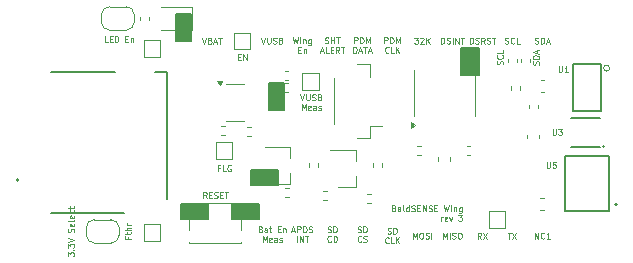
<source format=gbr>
G04 #@! TF.GenerationSoftware,KiCad,Pcbnew,8.0.3*
G04 #@! TF.CreationDate,2024-06-26T11:29:34-05:00*
G04 #@! TF.ProjectId,Bald Sense Wing v3,42616c64-2053-4656-9e73-652057696e67,rev?*
G04 #@! TF.SameCoordinates,Original*
G04 #@! TF.FileFunction,Legend,Top*
G04 #@! TF.FilePolarity,Positive*
%FSLAX46Y46*%
G04 Gerber Fmt 4.6, Leading zero omitted, Abs format (unit mm)*
G04 Created by KiCad (PCBNEW 8.0.3) date 2024-06-26 11:29:34*
%MOMM*%
%LPD*%
G01*
G04 APERTURE LIST*
%ADD10C,0.150000*%
%ADD11C,0.125000*%
%ADD12C,0.120000*%
%ADD13C,0.203200*%
%ADD14C,0.100000*%
%ADD15C,0.127000*%
%ADD16C,0.200000*%
G04 APERTURE END LIST*
D10*
X38862000Y-26289000D02*
X40132000Y-26289000D01*
X40132000Y-28575000D01*
X38862000Y-28575000D01*
X38862000Y-26289000D01*
G36*
X38862000Y-26289000D02*
G01*
X40132000Y-26289000D01*
X40132000Y-28575000D01*
X38862000Y-28575000D01*
X38862000Y-26289000D01*
G37*
X45212000Y-39497000D02*
X47498000Y-39497000D01*
X47498000Y-40767000D01*
X45212000Y-40767000D01*
X45212000Y-39497000D01*
G36*
X45212000Y-39497000D02*
G01*
X47498000Y-39497000D01*
X47498000Y-40767000D01*
X45212000Y-40767000D01*
X45212000Y-39497000D01*
G37*
X43561000Y-42418000D02*
X45847000Y-42418000D01*
X45847000Y-43688000D01*
X43561000Y-43688000D01*
X43561000Y-42418000D01*
G36*
X43561000Y-42418000D02*
G01*
X45847000Y-42418000D01*
X45847000Y-43688000D01*
X43561000Y-43688000D01*
X43561000Y-42418000D01*
G37*
X62992000Y-29210000D02*
X64516000Y-29210000D01*
X64516000Y-31496000D01*
X62992000Y-31496000D01*
X62992000Y-29210000D01*
G36*
X62992000Y-29210000D02*
G01*
X64516000Y-29210000D01*
X64516000Y-31496000D01*
X62992000Y-31496000D01*
X62992000Y-29210000D01*
G37*
X39243000Y-42418000D02*
X41529000Y-42418000D01*
X41529000Y-43688000D01*
X39243000Y-43688000D01*
X39243000Y-42418000D01*
G36*
X39243000Y-42418000D02*
G01*
X41529000Y-42418000D01*
X41529000Y-43688000D01*
X39243000Y-43688000D01*
X39243000Y-42418000D01*
G37*
X46736000Y-32131000D02*
X48006000Y-32131000D01*
X48006000Y-34417000D01*
X46736000Y-34417000D01*
X46736000Y-32131000D01*
G36*
X46736000Y-32131000D02*
G01*
X48006000Y-32131000D01*
X48006000Y-34417000D01*
X46736000Y-34417000D01*
X46736000Y-32131000D01*
G37*
D11*
X46013810Y-44518418D02*
X46085238Y-44542228D01*
X46085238Y-44542228D02*
X46109048Y-44566037D01*
X46109048Y-44566037D02*
X46132857Y-44613656D01*
X46132857Y-44613656D02*
X46132857Y-44685085D01*
X46132857Y-44685085D02*
X46109048Y-44732704D01*
X46109048Y-44732704D02*
X46085238Y-44756514D01*
X46085238Y-44756514D02*
X46037619Y-44780323D01*
X46037619Y-44780323D02*
X45847143Y-44780323D01*
X45847143Y-44780323D02*
X45847143Y-44280323D01*
X45847143Y-44280323D02*
X46013810Y-44280323D01*
X46013810Y-44280323D02*
X46061429Y-44304133D01*
X46061429Y-44304133D02*
X46085238Y-44327942D01*
X46085238Y-44327942D02*
X46109048Y-44375561D01*
X46109048Y-44375561D02*
X46109048Y-44423180D01*
X46109048Y-44423180D02*
X46085238Y-44470799D01*
X46085238Y-44470799D02*
X46061429Y-44494609D01*
X46061429Y-44494609D02*
X46013810Y-44518418D01*
X46013810Y-44518418D02*
X45847143Y-44518418D01*
X46561429Y-44780323D02*
X46561429Y-44518418D01*
X46561429Y-44518418D02*
X46537619Y-44470799D01*
X46537619Y-44470799D02*
X46490000Y-44446990D01*
X46490000Y-44446990D02*
X46394762Y-44446990D01*
X46394762Y-44446990D02*
X46347143Y-44470799D01*
X46561429Y-44756514D02*
X46513810Y-44780323D01*
X46513810Y-44780323D02*
X46394762Y-44780323D01*
X46394762Y-44780323D02*
X46347143Y-44756514D01*
X46347143Y-44756514D02*
X46323334Y-44708894D01*
X46323334Y-44708894D02*
X46323334Y-44661275D01*
X46323334Y-44661275D02*
X46347143Y-44613656D01*
X46347143Y-44613656D02*
X46394762Y-44589847D01*
X46394762Y-44589847D02*
X46513810Y-44589847D01*
X46513810Y-44589847D02*
X46561429Y-44566037D01*
X46728096Y-44446990D02*
X46918572Y-44446990D01*
X46799524Y-44280323D02*
X46799524Y-44708894D01*
X46799524Y-44708894D02*
X46823334Y-44756514D01*
X46823334Y-44756514D02*
X46870953Y-44780323D01*
X46870953Y-44780323D02*
X46918572Y-44780323D01*
X47466190Y-44518418D02*
X47632857Y-44518418D01*
X47704285Y-44780323D02*
X47466190Y-44780323D01*
X47466190Y-44780323D02*
X47466190Y-44280323D01*
X47466190Y-44280323D02*
X47704285Y-44280323D01*
X47918571Y-44446990D02*
X47918571Y-44780323D01*
X47918571Y-44494609D02*
X47942381Y-44470799D01*
X47942381Y-44470799D02*
X47990000Y-44446990D01*
X47990000Y-44446990D02*
X48061428Y-44446990D01*
X48061428Y-44446990D02*
X48109047Y-44470799D01*
X48109047Y-44470799D02*
X48132857Y-44518418D01*
X48132857Y-44518418D02*
X48132857Y-44780323D01*
X46180476Y-45585295D02*
X46180476Y-45085295D01*
X46180476Y-45085295D02*
X46347143Y-45442438D01*
X46347143Y-45442438D02*
X46513809Y-45085295D01*
X46513809Y-45085295D02*
X46513809Y-45585295D01*
X46942381Y-45561486D02*
X46894762Y-45585295D01*
X46894762Y-45585295D02*
X46799524Y-45585295D01*
X46799524Y-45585295D02*
X46751905Y-45561486D01*
X46751905Y-45561486D02*
X46728096Y-45513866D01*
X46728096Y-45513866D02*
X46728096Y-45323390D01*
X46728096Y-45323390D02*
X46751905Y-45275771D01*
X46751905Y-45275771D02*
X46799524Y-45251962D01*
X46799524Y-45251962D02*
X46894762Y-45251962D01*
X46894762Y-45251962D02*
X46942381Y-45275771D01*
X46942381Y-45275771D02*
X46966191Y-45323390D01*
X46966191Y-45323390D02*
X46966191Y-45371009D01*
X46966191Y-45371009D02*
X46728096Y-45418628D01*
X47394762Y-45585295D02*
X47394762Y-45323390D01*
X47394762Y-45323390D02*
X47370952Y-45275771D01*
X47370952Y-45275771D02*
X47323333Y-45251962D01*
X47323333Y-45251962D02*
X47228095Y-45251962D01*
X47228095Y-45251962D02*
X47180476Y-45275771D01*
X47394762Y-45561486D02*
X47347143Y-45585295D01*
X47347143Y-45585295D02*
X47228095Y-45585295D01*
X47228095Y-45585295D02*
X47180476Y-45561486D01*
X47180476Y-45561486D02*
X47156667Y-45513866D01*
X47156667Y-45513866D02*
X47156667Y-45466247D01*
X47156667Y-45466247D02*
X47180476Y-45418628D01*
X47180476Y-45418628D02*
X47228095Y-45394819D01*
X47228095Y-45394819D02*
X47347143Y-45394819D01*
X47347143Y-45394819D02*
X47394762Y-45371009D01*
X47609048Y-45561486D02*
X47656667Y-45585295D01*
X47656667Y-45585295D02*
X47751905Y-45585295D01*
X47751905Y-45585295D02*
X47799524Y-45561486D01*
X47799524Y-45561486D02*
X47823333Y-45513866D01*
X47823333Y-45513866D02*
X47823333Y-45490057D01*
X47823333Y-45490057D02*
X47799524Y-45442438D01*
X47799524Y-45442438D02*
X47751905Y-45418628D01*
X47751905Y-45418628D02*
X47680476Y-45418628D01*
X47680476Y-45418628D02*
X47632857Y-45394819D01*
X47632857Y-45394819D02*
X47609048Y-45347200D01*
X47609048Y-45347200D02*
X47609048Y-45323390D01*
X47609048Y-45323390D02*
X47632857Y-45275771D01*
X47632857Y-45275771D02*
X47680476Y-45251962D01*
X47680476Y-45251962D02*
X47751905Y-45251962D01*
X47751905Y-45251962D02*
X47799524Y-45275771D01*
X48672858Y-44637466D02*
X48910953Y-44637466D01*
X48625239Y-44780323D02*
X48791905Y-44280323D01*
X48791905Y-44280323D02*
X48958572Y-44780323D01*
X49125238Y-44780323D02*
X49125238Y-44280323D01*
X49125238Y-44280323D02*
X49315714Y-44280323D01*
X49315714Y-44280323D02*
X49363333Y-44304133D01*
X49363333Y-44304133D02*
X49387143Y-44327942D01*
X49387143Y-44327942D02*
X49410952Y-44375561D01*
X49410952Y-44375561D02*
X49410952Y-44446990D01*
X49410952Y-44446990D02*
X49387143Y-44494609D01*
X49387143Y-44494609D02*
X49363333Y-44518418D01*
X49363333Y-44518418D02*
X49315714Y-44542228D01*
X49315714Y-44542228D02*
X49125238Y-44542228D01*
X49625238Y-44780323D02*
X49625238Y-44280323D01*
X49625238Y-44280323D02*
X49744286Y-44280323D01*
X49744286Y-44280323D02*
X49815714Y-44304133D01*
X49815714Y-44304133D02*
X49863333Y-44351752D01*
X49863333Y-44351752D02*
X49887143Y-44399371D01*
X49887143Y-44399371D02*
X49910952Y-44494609D01*
X49910952Y-44494609D02*
X49910952Y-44566037D01*
X49910952Y-44566037D02*
X49887143Y-44661275D01*
X49887143Y-44661275D02*
X49863333Y-44708894D01*
X49863333Y-44708894D02*
X49815714Y-44756514D01*
X49815714Y-44756514D02*
X49744286Y-44780323D01*
X49744286Y-44780323D02*
X49625238Y-44780323D01*
X50101429Y-44756514D02*
X50172857Y-44780323D01*
X50172857Y-44780323D02*
X50291905Y-44780323D01*
X50291905Y-44780323D02*
X50339524Y-44756514D01*
X50339524Y-44756514D02*
X50363333Y-44732704D01*
X50363333Y-44732704D02*
X50387143Y-44685085D01*
X50387143Y-44685085D02*
X50387143Y-44637466D01*
X50387143Y-44637466D02*
X50363333Y-44589847D01*
X50363333Y-44589847D02*
X50339524Y-44566037D01*
X50339524Y-44566037D02*
X50291905Y-44542228D01*
X50291905Y-44542228D02*
X50196667Y-44518418D01*
X50196667Y-44518418D02*
X50149048Y-44494609D01*
X50149048Y-44494609D02*
X50125238Y-44470799D01*
X50125238Y-44470799D02*
X50101429Y-44423180D01*
X50101429Y-44423180D02*
X50101429Y-44375561D01*
X50101429Y-44375561D02*
X50125238Y-44327942D01*
X50125238Y-44327942D02*
X50149048Y-44304133D01*
X50149048Y-44304133D02*
X50196667Y-44280323D01*
X50196667Y-44280323D02*
X50315714Y-44280323D01*
X50315714Y-44280323D02*
X50387143Y-44304133D01*
X49077619Y-45585295D02*
X49077619Y-45085295D01*
X49315714Y-45585295D02*
X49315714Y-45085295D01*
X49315714Y-45085295D02*
X49601428Y-45585295D01*
X49601428Y-45585295D02*
X49601428Y-45085295D01*
X49768096Y-45085295D02*
X50053810Y-45085295D01*
X49910953Y-45585295D02*
X49910953Y-45085295D01*
X56757143Y-44883514D02*
X56828571Y-44907323D01*
X56828571Y-44907323D02*
X56947619Y-44907323D01*
X56947619Y-44907323D02*
X56995238Y-44883514D01*
X56995238Y-44883514D02*
X57019047Y-44859704D01*
X57019047Y-44859704D02*
X57042857Y-44812085D01*
X57042857Y-44812085D02*
X57042857Y-44764466D01*
X57042857Y-44764466D02*
X57019047Y-44716847D01*
X57019047Y-44716847D02*
X56995238Y-44693037D01*
X56995238Y-44693037D02*
X56947619Y-44669228D01*
X56947619Y-44669228D02*
X56852381Y-44645418D01*
X56852381Y-44645418D02*
X56804762Y-44621609D01*
X56804762Y-44621609D02*
X56780952Y-44597799D01*
X56780952Y-44597799D02*
X56757143Y-44550180D01*
X56757143Y-44550180D02*
X56757143Y-44502561D01*
X56757143Y-44502561D02*
X56780952Y-44454942D01*
X56780952Y-44454942D02*
X56804762Y-44431133D01*
X56804762Y-44431133D02*
X56852381Y-44407323D01*
X56852381Y-44407323D02*
X56971428Y-44407323D01*
X56971428Y-44407323D02*
X57042857Y-44431133D01*
X57257142Y-44907323D02*
X57257142Y-44407323D01*
X57257142Y-44407323D02*
X57376190Y-44407323D01*
X57376190Y-44407323D02*
X57447618Y-44431133D01*
X57447618Y-44431133D02*
X57495237Y-44478752D01*
X57495237Y-44478752D02*
X57519047Y-44526371D01*
X57519047Y-44526371D02*
X57542856Y-44621609D01*
X57542856Y-44621609D02*
X57542856Y-44693037D01*
X57542856Y-44693037D02*
X57519047Y-44788275D01*
X57519047Y-44788275D02*
X57495237Y-44835894D01*
X57495237Y-44835894D02*
X57447618Y-44883514D01*
X57447618Y-44883514D02*
X57376190Y-44907323D01*
X57376190Y-44907323D02*
X57257142Y-44907323D01*
X56852380Y-45664676D02*
X56828571Y-45688486D01*
X56828571Y-45688486D02*
X56757142Y-45712295D01*
X56757142Y-45712295D02*
X56709523Y-45712295D01*
X56709523Y-45712295D02*
X56638095Y-45688486D01*
X56638095Y-45688486D02*
X56590476Y-45640866D01*
X56590476Y-45640866D02*
X56566666Y-45593247D01*
X56566666Y-45593247D02*
X56542857Y-45498009D01*
X56542857Y-45498009D02*
X56542857Y-45426581D01*
X56542857Y-45426581D02*
X56566666Y-45331343D01*
X56566666Y-45331343D02*
X56590476Y-45283724D01*
X56590476Y-45283724D02*
X56638095Y-45236105D01*
X56638095Y-45236105D02*
X56709523Y-45212295D01*
X56709523Y-45212295D02*
X56757142Y-45212295D01*
X56757142Y-45212295D02*
X56828571Y-45236105D01*
X56828571Y-45236105D02*
X56852380Y-45259914D01*
X57304761Y-45712295D02*
X57066666Y-45712295D01*
X57066666Y-45712295D02*
X57066666Y-45212295D01*
X57471428Y-45712295D02*
X57471428Y-45212295D01*
X57757142Y-45712295D02*
X57542857Y-45426581D01*
X57757142Y-45212295D02*
X57471428Y-45498009D01*
X58904285Y-45309809D02*
X58904285Y-44809809D01*
X58904285Y-44809809D02*
X59070952Y-45166952D01*
X59070952Y-45166952D02*
X59237618Y-44809809D01*
X59237618Y-44809809D02*
X59237618Y-45309809D01*
X59570952Y-44809809D02*
X59666190Y-44809809D01*
X59666190Y-44809809D02*
X59713809Y-44833619D01*
X59713809Y-44833619D02*
X59761428Y-44881238D01*
X59761428Y-44881238D02*
X59785238Y-44976476D01*
X59785238Y-44976476D02*
X59785238Y-45143142D01*
X59785238Y-45143142D02*
X59761428Y-45238380D01*
X59761428Y-45238380D02*
X59713809Y-45286000D01*
X59713809Y-45286000D02*
X59666190Y-45309809D01*
X59666190Y-45309809D02*
X59570952Y-45309809D01*
X59570952Y-45309809D02*
X59523333Y-45286000D01*
X59523333Y-45286000D02*
X59475714Y-45238380D01*
X59475714Y-45238380D02*
X59451905Y-45143142D01*
X59451905Y-45143142D02*
X59451905Y-44976476D01*
X59451905Y-44976476D02*
X59475714Y-44881238D01*
X59475714Y-44881238D02*
X59523333Y-44833619D01*
X59523333Y-44833619D02*
X59570952Y-44809809D01*
X59975715Y-45286000D02*
X60047143Y-45309809D01*
X60047143Y-45309809D02*
X60166191Y-45309809D01*
X60166191Y-45309809D02*
X60213810Y-45286000D01*
X60213810Y-45286000D02*
X60237619Y-45262190D01*
X60237619Y-45262190D02*
X60261429Y-45214571D01*
X60261429Y-45214571D02*
X60261429Y-45166952D01*
X60261429Y-45166952D02*
X60237619Y-45119333D01*
X60237619Y-45119333D02*
X60213810Y-45095523D01*
X60213810Y-45095523D02*
X60166191Y-45071714D01*
X60166191Y-45071714D02*
X60070953Y-45047904D01*
X60070953Y-45047904D02*
X60023334Y-45024095D01*
X60023334Y-45024095D02*
X59999524Y-45000285D01*
X59999524Y-45000285D02*
X59975715Y-44952666D01*
X59975715Y-44952666D02*
X59975715Y-44905047D01*
X59975715Y-44905047D02*
X59999524Y-44857428D01*
X59999524Y-44857428D02*
X60023334Y-44833619D01*
X60023334Y-44833619D02*
X60070953Y-44809809D01*
X60070953Y-44809809D02*
X60190000Y-44809809D01*
X60190000Y-44809809D02*
X60261429Y-44833619D01*
X60475714Y-45309809D02*
X60475714Y-44809809D01*
X61444285Y-45309809D02*
X61444285Y-44809809D01*
X61444285Y-44809809D02*
X61610952Y-45166952D01*
X61610952Y-45166952D02*
X61777618Y-44809809D01*
X61777618Y-44809809D02*
X61777618Y-45309809D01*
X62015714Y-45309809D02*
X62015714Y-44809809D01*
X62230000Y-45286000D02*
X62301428Y-45309809D01*
X62301428Y-45309809D02*
X62420476Y-45309809D01*
X62420476Y-45309809D02*
X62468095Y-45286000D01*
X62468095Y-45286000D02*
X62491904Y-45262190D01*
X62491904Y-45262190D02*
X62515714Y-45214571D01*
X62515714Y-45214571D02*
X62515714Y-45166952D01*
X62515714Y-45166952D02*
X62491904Y-45119333D01*
X62491904Y-45119333D02*
X62468095Y-45095523D01*
X62468095Y-45095523D02*
X62420476Y-45071714D01*
X62420476Y-45071714D02*
X62325238Y-45047904D01*
X62325238Y-45047904D02*
X62277619Y-45024095D01*
X62277619Y-45024095D02*
X62253809Y-45000285D01*
X62253809Y-45000285D02*
X62230000Y-44952666D01*
X62230000Y-44952666D02*
X62230000Y-44905047D01*
X62230000Y-44905047D02*
X62253809Y-44857428D01*
X62253809Y-44857428D02*
X62277619Y-44833619D01*
X62277619Y-44833619D02*
X62325238Y-44809809D01*
X62325238Y-44809809D02*
X62444285Y-44809809D01*
X62444285Y-44809809D02*
X62515714Y-44833619D01*
X62825237Y-44809809D02*
X62920475Y-44809809D01*
X62920475Y-44809809D02*
X62968094Y-44833619D01*
X62968094Y-44833619D02*
X63015713Y-44881238D01*
X63015713Y-44881238D02*
X63039523Y-44976476D01*
X63039523Y-44976476D02*
X63039523Y-45143142D01*
X63039523Y-45143142D02*
X63015713Y-45238380D01*
X63015713Y-45238380D02*
X62968094Y-45286000D01*
X62968094Y-45286000D02*
X62920475Y-45309809D01*
X62920475Y-45309809D02*
X62825237Y-45309809D01*
X62825237Y-45309809D02*
X62777618Y-45286000D01*
X62777618Y-45286000D02*
X62729999Y-45238380D01*
X62729999Y-45238380D02*
X62706190Y-45143142D01*
X62706190Y-45143142D02*
X62706190Y-44976476D01*
X62706190Y-44976476D02*
X62729999Y-44881238D01*
X62729999Y-44881238D02*
X62777618Y-44833619D01*
X62777618Y-44833619D02*
X62825237Y-44809809D01*
X64686666Y-45309809D02*
X64520000Y-45071714D01*
X64400952Y-45309809D02*
X64400952Y-44809809D01*
X64400952Y-44809809D02*
X64591428Y-44809809D01*
X64591428Y-44809809D02*
X64639047Y-44833619D01*
X64639047Y-44833619D02*
X64662857Y-44857428D01*
X64662857Y-44857428D02*
X64686666Y-44905047D01*
X64686666Y-44905047D02*
X64686666Y-44976476D01*
X64686666Y-44976476D02*
X64662857Y-45024095D01*
X64662857Y-45024095D02*
X64639047Y-45047904D01*
X64639047Y-45047904D02*
X64591428Y-45071714D01*
X64591428Y-45071714D02*
X64400952Y-45071714D01*
X64853333Y-44809809D02*
X65186666Y-45309809D01*
X65186666Y-44809809D02*
X64853333Y-45309809D01*
X66929048Y-44809809D02*
X67214762Y-44809809D01*
X67071905Y-45309809D02*
X67071905Y-44809809D01*
X67333809Y-44809809D02*
X67667142Y-45309809D01*
X67667142Y-44809809D02*
X67333809Y-45309809D01*
X69219047Y-45309809D02*
X69219047Y-44809809D01*
X69219047Y-44809809D02*
X69504761Y-45309809D01*
X69504761Y-45309809D02*
X69504761Y-44809809D01*
X70028571Y-45262190D02*
X70004762Y-45286000D01*
X70004762Y-45286000D02*
X69933333Y-45309809D01*
X69933333Y-45309809D02*
X69885714Y-45309809D01*
X69885714Y-45309809D02*
X69814286Y-45286000D01*
X69814286Y-45286000D02*
X69766667Y-45238380D01*
X69766667Y-45238380D02*
X69742857Y-45190761D01*
X69742857Y-45190761D02*
X69719048Y-45095523D01*
X69719048Y-45095523D02*
X69719048Y-45024095D01*
X69719048Y-45024095D02*
X69742857Y-44928857D01*
X69742857Y-44928857D02*
X69766667Y-44881238D01*
X69766667Y-44881238D02*
X69814286Y-44833619D01*
X69814286Y-44833619D02*
X69885714Y-44809809D01*
X69885714Y-44809809D02*
X69933333Y-44809809D01*
X69933333Y-44809809D02*
X70004762Y-44833619D01*
X70004762Y-44833619D02*
X70028571Y-44857428D01*
X70504762Y-45309809D02*
X70219048Y-45309809D01*
X70361905Y-45309809D02*
X70361905Y-44809809D01*
X70361905Y-44809809D02*
X70314286Y-44881238D01*
X70314286Y-44881238D02*
X70266667Y-44928857D01*
X70266667Y-44928857D02*
X70219048Y-44952666D01*
X69242858Y-28776000D02*
X69314286Y-28799809D01*
X69314286Y-28799809D02*
X69433334Y-28799809D01*
X69433334Y-28799809D02*
X69480953Y-28776000D01*
X69480953Y-28776000D02*
X69504762Y-28752190D01*
X69504762Y-28752190D02*
X69528572Y-28704571D01*
X69528572Y-28704571D02*
X69528572Y-28656952D01*
X69528572Y-28656952D02*
X69504762Y-28609333D01*
X69504762Y-28609333D02*
X69480953Y-28585523D01*
X69480953Y-28585523D02*
X69433334Y-28561714D01*
X69433334Y-28561714D02*
X69338096Y-28537904D01*
X69338096Y-28537904D02*
X69290477Y-28514095D01*
X69290477Y-28514095D02*
X69266667Y-28490285D01*
X69266667Y-28490285D02*
X69242858Y-28442666D01*
X69242858Y-28442666D02*
X69242858Y-28395047D01*
X69242858Y-28395047D02*
X69266667Y-28347428D01*
X69266667Y-28347428D02*
X69290477Y-28323619D01*
X69290477Y-28323619D02*
X69338096Y-28299809D01*
X69338096Y-28299809D02*
X69457143Y-28299809D01*
X69457143Y-28299809D02*
X69528572Y-28323619D01*
X69742857Y-28799809D02*
X69742857Y-28299809D01*
X69742857Y-28299809D02*
X69861905Y-28299809D01*
X69861905Y-28299809D02*
X69933333Y-28323619D01*
X69933333Y-28323619D02*
X69980952Y-28371238D01*
X69980952Y-28371238D02*
X70004762Y-28418857D01*
X70004762Y-28418857D02*
X70028571Y-28514095D01*
X70028571Y-28514095D02*
X70028571Y-28585523D01*
X70028571Y-28585523D02*
X70004762Y-28680761D01*
X70004762Y-28680761D02*
X69980952Y-28728380D01*
X69980952Y-28728380D02*
X69933333Y-28776000D01*
X69933333Y-28776000D02*
X69861905Y-28799809D01*
X69861905Y-28799809D02*
X69742857Y-28799809D01*
X70219048Y-28656952D02*
X70457143Y-28656952D01*
X70171429Y-28799809D02*
X70338095Y-28299809D01*
X70338095Y-28299809D02*
X70504762Y-28799809D01*
X66714762Y-28776000D02*
X66786190Y-28799809D01*
X66786190Y-28799809D02*
X66905238Y-28799809D01*
X66905238Y-28799809D02*
X66952857Y-28776000D01*
X66952857Y-28776000D02*
X66976666Y-28752190D01*
X66976666Y-28752190D02*
X67000476Y-28704571D01*
X67000476Y-28704571D02*
X67000476Y-28656952D01*
X67000476Y-28656952D02*
X66976666Y-28609333D01*
X66976666Y-28609333D02*
X66952857Y-28585523D01*
X66952857Y-28585523D02*
X66905238Y-28561714D01*
X66905238Y-28561714D02*
X66810000Y-28537904D01*
X66810000Y-28537904D02*
X66762381Y-28514095D01*
X66762381Y-28514095D02*
X66738571Y-28490285D01*
X66738571Y-28490285D02*
X66714762Y-28442666D01*
X66714762Y-28442666D02*
X66714762Y-28395047D01*
X66714762Y-28395047D02*
X66738571Y-28347428D01*
X66738571Y-28347428D02*
X66762381Y-28323619D01*
X66762381Y-28323619D02*
X66810000Y-28299809D01*
X66810000Y-28299809D02*
X66929047Y-28299809D01*
X66929047Y-28299809D02*
X67000476Y-28323619D01*
X67500475Y-28752190D02*
X67476666Y-28776000D01*
X67476666Y-28776000D02*
X67405237Y-28799809D01*
X67405237Y-28799809D02*
X67357618Y-28799809D01*
X67357618Y-28799809D02*
X67286190Y-28776000D01*
X67286190Y-28776000D02*
X67238571Y-28728380D01*
X67238571Y-28728380D02*
X67214761Y-28680761D01*
X67214761Y-28680761D02*
X67190952Y-28585523D01*
X67190952Y-28585523D02*
X67190952Y-28514095D01*
X67190952Y-28514095D02*
X67214761Y-28418857D01*
X67214761Y-28418857D02*
X67238571Y-28371238D01*
X67238571Y-28371238D02*
X67286190Y-28323619D01*
X67286190Y-28323619D02*
X67357618Y-28299809D01*
X67357618Y-28299809D02*
X67405237Y-28299809D01*
X67405237Y-28299809D02*
X67476666Y-28323619D01*
X67476666Y-28323619D02*
X67500475Y-28347428D01*
X67952856Y-28799809D02*
X67714761Y-28799809D01*
X67714761Y-28799809D02*
X67714761Y-28299809D01*
X63722381Y-28799809D02*
X63722381Y-28299809D01*
X63722381Y-28299809D02*
X63841429Y-28299809D01*
X63841429Y-28299809D02*
X63912857Y-28323619D01*
X63912857Y-28323619D02*
X63960476Y-28371238D01*
X63960476Y-28371238D02*
X63984286Y-28418857D01*
X63984286Y-28418857D02*
X64008095Y-28514095D01*
X64008095Y-28514095D02*
X64008095Y-28585523D01*
X64008095Y-28585523D02*
X63984286Y-28680761D01*
X63984286Y-28680761D02*
X63960476Y-28728380D01*
X63960476Y-28728380D02*
X63912857Y-28776000D01*
X63912857Y-28776000D02*
X63841429Y-28799809D01*
X63841429Y-28799809D02*
X63722381Y-28799809D01*
X64198572Y-28776000D02*
X64270000Y-28799809D01*
X64270000Y-28799809D02*
X64389048Y-28799809D01*
X64389048Y-28799809D02*
X64436667Y-28776000D01*
X64436667Y-28776000D02*
X64460476Y-28752190D01*
X64460476Y-28752190D02*
X64484286Y-28704571D01*
X64484286Y-28704571D02*
X64484286Y-28656952D01*
X64484286Y-28656952D02*
X64460476Y-28609333D01*
X64460476Y-28609333D02*
X64436667Y-28585523D01*
X64436667Y-28585523D02*
X64389048Y-28561714D01*
X64389048Y-28561714D02*
X64293810Y-28537904D01*
X64293810Y-28537904D02*
X64246191Y-28514095D01*
X64246191Y-28514095D02*
X64222381Y-28490285D01*
X64222381Y-28490285D02*
X64198572Y-28442666D01*
X64198572Y-28442666D02*
X64198572Y-28395047D01*
X64198572Y-28395047D02*
X64222381Y-28347428D01*
X64222381Y-28347428D02*
X64246191Y-28323619D01*
X64246191Y-28323619D02*
X64293810Y-28299809D01*
X64293810Y-28299809D02*
X64412857Y-28299809D01*
X64412857Y-28299809D02*
X64484286Y-28323619D01*
X64984285Y-28799809D02*
X64817619Y-28561714D01*
X64698571Y-28799809D02*
X64698571Y-28299809D01*
X64698571Y-28299809D02*
X64889047Y-28299809D01*
X64889047Y-28299809D02*
X64936666Y-28323619D01*
X64936666Y-28323619D02*
X64960476Y-28347428D01*
X64960476Y-28347428D02*
X64984285Y-28395047D01*
X64984285Y-28395047D02*
X64984285Y-28466476D01*
X64984285Y-28466476D02*
X64960476Y-28514095D01*
X64960476Y-28514095D02*
X64936666Y-28537904D01*
X64936666Y-28537904D02*
X64889047Y-28561714D01*
X64889047Y-28561714D02*
X64698571Y-28561714D01*
X65174762Y-28776000D02*
X65246190Y-28799809D01*
X65246190Y-28799809D02*
X65365238Y-28799809D01*
X65365238Y-28799809D02*
X65412857Y-28776000D01*
X65412857Y-28776000D02*
X65436666Y-28752190D01*
X65436666Y-28752190D02*
X65460476Y-28704571D01*
X65460476Y-28704571D02*
X65460476Y-28656952D01*
X65460476Y-28656952D02*
X65436666Y-28609333D01*
X65436666Y-28609333D02*
X65412857Y-28585523D01*
X65412857Y-28585523D02*
X65365238Y-28561714D01*
X65365238Y-28561714D02*
X65270000Y-28537904D01*
X65270000Y-28537904D02*
X65222381Y-28514095D01*
X65222381Y-28514095D02*
X65198571Y-28490285D01*
X65198571Y-28490285D02*
X65174762Y-28442666D01*
X65174762Y-28442666D02*
X65174762Y-28395047D01*
X65174762Y-28395047D02*
X65198571Y-28347428D01*
X65198571Y-28347428D02*
X65222381Y-28323619D01*
X65222381Y-28323619D02*
X65270000Y-28299809D01*
X65270000Y-28299809D02*
X65389047Y-28299809D01*
X65389047Y-28299809D02*
X65460476Y-28323619D01*
X65603333Y-28299809D02*
X65889047Y-28299809D01*
X65746190Y-28799809D02*
X65746190Y-28299809D01*
X61289524Y-28799809D02*
X61289524Y-28299809D01*
X61289524Y-28299809D02*
X61408572Y-28299809D01*
X61408572Y-28299809D02*
X61480000Y-28323619D01*
X61480000Y-28323619D02*
X61527619Y-28371238D01*
X61527619Y-28371238D02*
X61551429Y-28418857D01*
X61551429Y-28418857D02*
X61575238Y-28514095D01*
X61575238Y-28514095D02*
X61575238Y-28585523D01*
X61575238Y-28585523D02*
X61551429Y-28680761D01*
X61551429Y-28680761D02*
X61527619Y-28728380D01*
X61527619Y-28728380D02*
X61480000Y-28776000D01*
X61480000Y-28776000D02*
X61408572Y-28799809D01*
X61408572Y-28799809D02*
X61289524Y-28799809D01*
X61765715Y-28776000D02*
X61837143Y-28799809D01*
X61837143Y-28799809D02*
X61956191Y-28799809D01*
X61956191Y-28799809D02*
X62003810Y-28776000D01*
X62003810Y-28776000D02*
X62027619Y-28752190D01*
X62027619Y-28752190D02*
X62051429Y-28704571D01*
X62051429Y-28704571D02*
X62051429Y-28656952D01*
X62051429Y-28656952D02*
X62027619Y-28609333D01*
X62027619Y-28609333D02*
X62003810Y-28585523D01*
X62003810Y-28585523D02*
X61956191Y-28561714D01*
X61956191Y-28561714D02*
X61860953Y-28537904D01*
X61860953Y-28537904D02*
X61813334Y-28514095D01*
X61813334Y-28514095D02*
X61789524Y-28490285D01*
X61789524Y-28490285D02*
X61765715Y-28442666D01*
X61765715Y-28442666D02*
X61765715Y-28395047D01*
X61765715Y-28395047D02*
X61789524Y-28347428D01*
X61789524Y-28347428D02*
X61813334Y-28323619D01*
X61813334Y-28323619D02*
X61860953Y-28299809D01*
X61860953Y-28299809D02*
X61980000Y-28299809D01*
X61980000Y-28299809D02*
X62051429Y-28323619D01*
X62265714Y-28799809D02*
X62265714Y-28299809D01*
X62503809Y-28799809D02*
X62503809Y-28299809D01*
X62503809Y-28299809D02*
X62789523Y-28799809D01*
X62789523Y-28799809D02*
X62789523Y-28299809D01*
X62956191Y-28299809D02*
X63241905Y-28299809D01*
X63099048Y-28799809D02*
X63099048Y-28299809D01*
X59035238Y-28299809D02*
X59344762Y-28299809D01*
X59344762Y-28299809D02*
X59178095Y-28490285D01*
X59178095Y-28490285D02*
X59249524Y-28490285D01*
X59249524Y-28490285D02*
X59297143Y-28514095D01*
X59297143Y-28514095D02*
X59320952Y-28537904D01*
X59320952Y-28537904D02*
X59344762Y-28585523D01*
X59344762Y-28585523D02*
X59344762Y-28704571D01*
X59344762Y-28704571D02*
X59320952Y-28752190D01*
X59320952Y-28752190D02*
X59297143Y-28776000D01*
X59297143Y-28776000D02*
X59249524Y-28799809D01*
X59249524Y-28799809D02*
X59106667Y-28799809D01*
X59106667Y-28799809D02*
X59059048Y-28776000D01*
X59059048Y-28776000D02*
X59035238Y-28752190D01*
X59535238Y-28347428D02*
X59559047Y-28323619D01*
X59559047Y-28323619D02*
X59606666Y-28299809D01*
X59606666Y-28299809D02*
X59725714Y-28299809D01*
X59725714Y-28299809D02*
X59773333Y-28323619D01*
X59773333Y-28323619D02*
X59797142Y-28347428D01*
X59797142Y-28347428D02*
X59820952Y-28395047D01*
X59820952Y-28395047D02*
X59820952Y-28442666D01*
X59820952Y-28442666D02*
X59797142Y-28514095D01*
X59797142Y-28514095D02*
X59511428Y-28799809D01*
X59511428Y-28799809D02*
X59820952Y-28799809D01*
X60035237Y-28799809D02*
X60035237Y-28299809D01*
X60320951Y-28799809D02*
X60106666Y-28514095D01*
X60320951Y-28299809D02*
X60035237Y-28585523D01*
X56483333Y-28778323D02*
X56483333Y-28278323D01*
X56483333Y-28278323D02*
X56673809Y-28278323D01*
X56673809Y-28278323D02*
X56721428Y-28302133D01*
X56721428Y-28302133D02*
X56745238Y-28325942D01*
X56745238Y-28325942D02*
X56769047Y-28373561D01*
X56769047Y-28373561D02*
X56769047Y-28444990D01*
X56769047Y-28444990D02*
X56745238Y-28492609D01*
X56745238Y-28492609D02*
X56721428Y-28516418D01*
X56721428Y-28516418D02*
X56673809Y-28540228D01*
X56673809Y-28540228D02*
X56483333Y-28540228D01*
X56983333Y-28778323D02*
X56983333Y-28278323D01*
X56983333Y-28278323D02*
X57102381Y-28278323D01*
X57102381Y-28278323D02*
X57173809Y-28302133D01*
X57173809Y-28302133D02*
X57221428Y-28349752D01*
X57221428Y-28349752D02*
X57245238Y-28397371D01*
X57245238Y-28397371D02*
X57269047Y-28492609D01*
X57269047Y-28492609D02*
X57269047Y-28564037D01*
X57269047Y-28564037D02*
X57245238Y-28659275D01*
X57245238Y-28659275D02*
X57221428Y-28706894D01*
X57221428Y-28706894D02*
X57173809Y-28754514D01*
X57173809Y-28754514D02*
X57102381Y-28778323D01*
X57102381Y-28778323D02*
X56983333Y-28778323D01*
X57483333Y-28778323D02*
X57483333Y-28278323D01*
X57483333Y-28278323D02*
X57650000Y-28635466D01*
X57650000Y-28635466D02*
X57816666Y-28278323D01*
X57816666Y-28278323D02*
X57816666Y-28778323D01*
X56852380Y-29535676D02*
X56828571Y-29559486D01*
X56828571Y-29559486D02*
X56757142Y-29583295D01*
X56757142Y-29583295D02*
X56709523Y-29583295D01*
X56709523Y-29583295D02*
X56638095Y-29559486D01*
X56638095Y-29559486D02*
X56590476Y-29511866D01*
X56590476Y-29511866D02*
X56566666Y-29464247D01*
X56566666Y-29464247D02*
X56542857Y-29369009D01*
X56542857Y-29369009D02*
X56542857Y-29297581D01*
X56542857Y-29297581D02*
X56566666Y-29202343D01*
X56566666Y-29202343D02*
X56590476Y-29154724D01*
X56590476Y-29154724D02*
X56638095Y-29107105D01*
X56638095Y-29107105D02*
X56709523Y-29083295D01*
X56709523Y-29083295D02*
X56757142Y-29083295D01*
X56757142Y-29083295D02*
X56828571Y-29107105D01*
X56828571Y-29107105D02*
X56852380Y-29130914D01*
X57304761Y-29583295D02*
X57066666Y-29583295D01*
X57066666Y-29583295D02*
X57066666Y-29083295D01*
X57471428Y-29583295D02*
X57471428Y-29083295D01*
X57757142Y-29583295D02*
X57542857Y-29297581D01*
X57757142Y-29083295D02*
X57471428Y-29369009D01*
X53943333Y-28778323D02*
X53943333Y-28278323D01*
X53943333Y-28278323D02*
X54133809Y-28278323D01*
X54133809Y-28278323D02*
X54181428Y-28302133D01*
X54181428Y-28302133D02*
X54205238Y-28325942D01*
X54205238Y-28325942D02*
X54229047Y-28373561D01*
X54229047Y-28373561D02*
X54229047Y-28444990D01*
X54229047Y-28444990D02*
X54205238Y-28492609D01*
X54205238Y-28492609D02*
X54181428Y-28516418D01*
X54181428Y-28516418D02*
X54133809Y-28540228D01*
X54133809Y-28540228D02*
X53943333Y-28540228D01*
X54443333Y-28778323D02*
X54443333Y-28278323D01*
X54443333Y-28278323D02*
X54562381Y-28278323D01*
X54562381Y-28278323D02*
X54633809Y-28302133D01*
X54633809Y-28302133D02*
X54681428Y-28349752D01*
X54681428Y-28349752D02*
X54705238Y-28397371D01*
X54705238Y-28397371D02*
X54729047Y-28492609D01*
X54729047Y-28492609D02*
X54729047Y-28564037D01*
X54729047Y-28564037D02*
X54705238Y-28659275D01*
X54705238Y-28659275D02*
X54681428Y-28706894D01*
X54681428Y-28706894D02*
X54633809Y-28754514D01*
X54633809Y-28754514D02*
X54562381Y-28778323D01*
X54562381Y-28778323D02*
X54443333Y-28778323D01*
X54943333Y-28778323D02*
X54943333Y-28278323D01*
X54943333Y-28278323D02*
X55110000Y-28635466D01*
X55110000Y-28635466D02*
X55276666Y-28278323D01*
X55276666Y-28278323D02*
X55276666Y-28778323D01*
X53860000Y-29583295D02*
X53860000Y-29083295D01*
X53860000Y-29083295D02*
X53979048Y-29083295D01*
X53979048Y-29083295D02*
X54050476Y-29107105D01*
X54050476Y-29107105D02*
X54098095Y-29154724D01*
X54098095Y-29154724D02*
X54121905Y-29202343D01*
X54121905Y-29202343D02*
X54145714Y-29297581D01*
X54145714Y-29297581D02*
X54145714Y-29369009D01*
X54145714Y-29369009D02*
X54121905Y-29464247D01*
X54121905Y-29464247D02*
X54098095Y-29511866D01*
X54098095Y-29511866D02*
X54050476Y-29559486D01*
X54050476Y-29559486D02*
X53979048Y-29583295D01*
X53979048Y-29583295D02*
X53860000Y-29583295D01*
X54336191Y-29440438D02*
X54574286Y-29440438D01*
X54288572Y-29583295D02*
X54455238Y-29083295D01*
X54455238Y-29083295D02*
X54621905Y-29583295D01*
X54717143Y-29083295D02*
X55002857Y-29083295D01*
X54860000Y-29583295D02*
X54860000Y-29083295D01*
X55145714Y-29440438D02*
X55383809Y-29440438D01*
X55098095Y-29583295D02*
X55264761Y-29083295D01*
X55264761Y-29083295D02*
X55431428Y-29583295D01*
X51474762Y-28754514D02*
X51546190Y-28778323D01*
X51546190Y-28778323D02*
X51665238Y-28778323D01*
X51665238Y-28778323D02*
X51712857Y-28754514D01*
X51712857Y-28754514D02*
X51736666Y-28730704D01*
X51736666Y-28730704D02*
X51760476Y-28683085D01*
X51760476Y-28683085D02*
X51760476Y-28635466D01*
X51760476Y-28635466D02*
X51736666Y-28587847D01*
X51736666Y-28587847D02*
X51712857Y-28564037D01*
X51712857Y-28564037D02*
X51665238Y-28540228D01*
X51665238Y-28540228D02*
X51570000Y-28516418D01*
X51570000Y-28516418D02*
X51522381Y-28492609D01*
X51522381Y-28492609D02*
X51498571Y-28468799D01*
X51498571Y-28468799D02*
X51474762Y-28421180D01*
X51474762Y-28421180D02*
X51474762Y-28373561D01*
X51474762Y-28373561D02*
X51498571Y-28325942D01*
X51498571Y-28325942D02*
X51522381Y-28302133D01*
X51522381Y-28302133D02*
X51570000Y-28278323D01*
X51570000Y-28278323D02*
X51689047Y-28278323D01*
X51689047Y-28278323D02*
X51760476Y-28302133D01*
X51974761Y-28778323D02*
X51974761Y-28278323D01*
X51974761Y-28516418D02*
X52260475Y-28516418D01*
X52260475Y-28778323D02*
X52260475Y-28278323D01*
X52427143Y-28278323D02*
X52712857Y-28278323D01*
X52570000Y-28778323D02*
X52570000Y-28278323D01*
X51081905Y-29440438D02*
X51320000Y-29440438D01*
X51034286Y-29583295D02*
X51200952Y-29083295D01*
X51200952Y-29083295D02*
X51367619Y-29583295D01*
X51772380Y-29583295D02*
X51534285Y-29583295D01*
X51534285Y-29583295D02*
X51534285Y-29083295D01*
X51939047Y-29321390D02*
X52105714Y-29321390D01*
X52177142Y-29583295D02*
X51939047Y-29583295D01*
X51939047Y-29583295D02*
X51939047Y-29083295D01*
X51939047Y-29083295D02*
X52177142Y-29083295D01*
X52677142Y-29583295D02*
X52510476Y-29345200D01*
X52391428Y-29583295D02*
X52391428Y-29083295D01*
X52391428Y-29083295D02*
X52581904Y-29083295D01*
X52581904Y-29083295D02*
X52629523Y-29107105D01*
X52629523Y-29107105D02*
X52653333Y-29130914D01*
X52653333Y-29130914D02*
X52677142Y-29178533D01*
X52677142Y-29178533D02*
X52677142Y-29249962D01*
X52677142Y-29249962D02*
X52653333Y-29297581D01*
X52653333Y-29297581D02*
X52629523Y-29321390D01*
X52629523Y-29321390D02*
X52581904Y-29345200D01*
X52581904Y-29345200D02*
X52391428Y-29345200D01*
X52820000Y-29083295D02*
X53105714Y-29083295D01*
X52962857Y-29583295D02*
X52962857Y-29083295D01*
X44080952Y-29934904D02*
X44247619Y-29934904D01*
X44319047Y-30196809D02*
X44080952Y-30196809D01*
X44080952Y-30196809D02*
X44080952Y-29696809D01*
X44080952Y-29696809D02*
X44319047Y-29696809D01*
X44533333Y-30196809D02*
X44533333Y-29696809D01*
X44533333Y-29696809D02*
X44819047Y-30196809D01*
X44819047Y-30196809D02*
X44819047Y-29696809D01*
X41088572Y-28299809D02*
X41255238Y-28799809D01*
X41255238Y-28799809D02*
X41421905Y-28299809D01*
X41755238Y-28537904D02*
X41826666Y-28561714D01*
X41826666Y-28561714D02*
X41850476Y-28585523D01*
X41850476Y-28585523D02*
X41874285Y-28633142D01*
X41874285Y-28633142D02*
X41874285Y-28704571D01*
X41874285Y-28704571D02*
X41850476Y-28752190D01*
X41850476Y-28752190D02*
X41826666Y-28776000D01*
X41826666Y-28776000D02*
X41779047Y-28799809D01*
X41779047Y-28799809D02*
X41588571Y-28799809D01*
X41588571Y-28799809D02*
X41588571Y-28299809D01*
X41588571Y-28299809D02*
X41755238Y-28299809D01*
X41755238Y-28299809D02*
X41802857Y-28323619D01*
X41802857Y-28323619D02*
X41826666Y-28347428D01*
X41826666Y-28347428D02*
X41850476Y-28395047D01*
X41850476Y-28395047D02*
X41850476Y-28442666D01*
X41850476Y-28442666D02*
X41826666Y-28490285D01*
X41826666Y-28490285D02*
X41802857Y-28514095D01*
X41802857Y-28514095D02*
X41755238Y-28537904D01*
X41755238Y-28537904D02*
X41588571Y-28537904D01*
X42064762Y-28656952D02*
X42302857Y-28656952D01*
X42017143Y-28799809D02*
X42183809Y-28299809D01*
X42183809Y-28299809D02*
X42350476Y-28799809D01*
X42445714Y-28299809D02*
X42731428Y-28299809D01*
X42588571Y-28799809D02*
X42588571Y-28299809D01*
X46073334Y-28299809D02*
X46240000Y-28799809D01*
X46240000Y-28799809D02*
X46406667Y-28299809D01*
X46573333Y-28299809D02*
X46573333Y-28704571D01*
X46573333Y-28704571D02*
X46597143Y-28752190D01*
X46597143Y-28752190D02*
X46620952Y-28776000D01*
X46620952Y-28776000D02*
X46668571Y-28799809D01*
X46668571Y-28799809D02*
X46763809Y-28799809D01*
X46763809Y-28799809D02*
X46811428Y-28776000D01*
X46811428Y-28776000D02*
X46835238Y-28752190D01*
X46835238Y-28752190D02*
X46859047Y-28704571D01*
X46859047Y-28704571D02*
X46859047Y-28299809D01*
X47073334Y-28776000D02*
X47144762Y-28799809D01*
X47144762Y-28799809D02*
X47263810Y-28799809D01*
X47263810Y-28799809D02*
X47311429Y-28776000D01*
X47311429Y-28776000D02*
X47335238Y-28752190D01*
X47335238Y-28752190D02*
X47359048Y-28704571D01*
X47359048Y-28704571D02*
X47359048Y-28656952D01*
X47359048Y-28656952D02*
X47335238Y-28609333D01*
X47335238Y-28609333D02*
X47311429Y-28585523D01*
X47311429Y-28585523D02*
X47263810Y-28561714D01*
X47263810Y-28561714D02*
X47168572Y-28537904D01*
X47168572Y-28537904D02*
X47120953Y-28514095D01*
X47120953Y-28514095D02*
X47097143Y-28490285D01*
X47097143Y-28490285D02*
X47073334Y-28442666D01*
X47073334Y-28442666D02*
X47073334Y-28395047D01*
X47073334Y-28395047D02*
X47097143Y-28347428D01*
X47097143Y-28347428D02*
X47120953Y-28323619D01*
X47120953Y-28323619D02*
X47168572Y-28299809D01*
X47168572Y-28299809D02*
X47287619Y-28299809D01*
X47287619Y-28299809D02*
X47359048Y-28323619D01*
X47740000Y-28537904D02*
X47811428Y-28561714D01*
X47811428Y-28561714D02*
X47835238Y-28585523D01*
X47835238Y-28585523D02*
X47859047Y-28633142D01*
X47859047Y-28633142D02*
X47859047Y-28704571D01*
X47859047Y-28704571D02*
X47835238Y-28752190D01*
X47835238Y-28752190D02*
X47811428Y-28776000D01*
X47811428Y-28776000D02*
X47763809Y-28799809D01*
X47763809Y-28799809D02*
X47573333Y-28799809D01*
X47573333Y-28799809D02*
X47573333Y-28299809D01*
X47573333Y-28299809D02*
X47740000Y-28299809D01*
X47740000Y-28299809D02*
X47787619Y-28323619D01*
X47787619Y-28323619D02*
X47811428Y-28347428D01*
X47811428Y-28347428D02*
X47835238Y-28395047D01*
X47835238Y-28395047D02*
X47835238Y-28442666D01*
X47835238Y-28442666D02*
X47811428Y-28490285D01*
X47811428Y-28490285D02*
X47787619Y-28514095D01*
X47787619Y-28514095D02*
X47740000Y-28537904D01*
X47740000Y-28537904D02*
X47573333Y-28537904D01*
X57306621Y-42740418D02*
X57378049Y-42764228D01*
X57378049Y-42764228D02*
X57401859Y-42788037D01*
X57401859Y-42788037D02*
X57425668Y-42835656D01*
X57425668Y-42835656D02*
X57425668Y-42907085D01*
X57425668Y-42907085D02*
X57401859Y-42954704D01*
X57401859Y-42954704D02*
X57378049Y-42978514D01*
X57378049Y-42978514D02*
X57330430Y-43002323D01*
X57330430Y-43002323D02*
X57139954Y-43002323D01*
X57139954Y-43002323D02*
X57139954Y-42502323D01*
X57139954Y-42502323D02*
X57306621Y-42502323D01*
X57306621Y-42502323D02*
X57354240Y-42526133D01*
X57354240Y-42526133D02*
X57378049Y-42549942D01*
X57378049Y-42549942D02*
X57401859Y-42597561D01*
X57401859Y-42597561D02*
X57401859Y-42645180D01*
X57401859Y-42645180D02*
X57378049Y-42692799D01*
X57378049Y-42692799D02*
X57354240Y-42716609D01*
X57354240Y-42716609D02*
X57306621Y-42740418D01*
X57306621Y-42740418D02*
X57139954Y-42740418D01*
X57854240Y-43002323D02*
X57854240Y-42740418D01*
X57854240Y-42740418D02*
X57830430Y-42692799D01*
X57830430Y-42692799D02*
X57782811Y-42668990D01*
X57782811Y-42668990D02*
X57687573Y-42668990D01*
X57687573Y-42668990D02*
X57639954Y-42692799D01*
X57854240Y-42978514D02*
X57806621Y-43002323D01*
X57806621Y-43002323D02*
X57687573Y-43002323D01*
X57687573Y-43002323D02*
X57639954Y-42978514D01*
X57639954Y-42978514D02*
X57616145Y-42930894D01*
X57616145Y-42930894D02*
X57616145Y-42883275D01*
X57616145Y-42883275D02*
X57639954Y-42835656D01*
X57639954Y-42835656D02*
X57687573Y-42811847D01*
X57687573Y-42811847D02*
X57806621Y-42811847D01*
X57806621Y-42811847D02*
X57854240Y-42788037D01*
X58163764Y-43002323D02*
X58116145Y-42978514D01*
X58116145Y-42978514D02*
X58092335Y-42930894D01*
X58092335Y-42930894D02*
X58092335Y-42502323D01*
X58568526Y-43002323D02*
X58568526Y-42502323D01*
X58568526Y-42978514D02*
X58520907Y-43002323D01*
X58520907Y-43002323D02*
X58425669Y-43002323D01*
X58425669Y-43002323D02*
X58378050Y-42978514D01*
X58378050Y-42978514D02*
X58354240Y-42954704D01*
X58354240Y-42954704D02*
X58330431Y-42907085D01*
X58330431Y-42907085D02*
X58330431Y-42764228D01*
X58330431Y-42764228D02*
X58354240Y-42716609D01*
X58354240Y-42716609D02*
X58378050Y-42692799D01*
X58378050Y-42692799D02*
X58425669Y-42668990D01*
X58425669Y-42668990D02*
X58520907Y-42668990D01*
X58520907Y-42668990D02*
X58568526Y-42692799D01*
X58782812Y-42978514D02*
X58854240Y-43002323D01*
X58854240Y-43002323D02*
X58973288Y-43002323D01*
X58973288Y-43002323D02*
X59020907Y-42978514D01*
X59020907Y-42978514D02*
X59044716Y-42954704D01*
X59044716Y-42954704D02*
X59068526Y-42907085D01*
X59068526Y-42907085D02*
X59068526Y-42859466D01*
X59068526Y-42859466D02*
X59044716Y-42811847D01*
X59044716Y-42811847D02*
X59020907Y-42788037D01*
X59020907Y-42788037D02*
X58973288Y-42764228D01*
X58973288Y-42764228D02*
X58878050Y-42740418D01*
X58878050Y-42740418D02*
X58830431Y-42716609D01*
X58830431Y-42716609D02*
X58806621Y-42692799D01*
X58806621Y-42692799D02*
X58782812Y-42645180D01*
X58782812Y-42645180D02*
X58782812Y-42597561D01*
X58782812Y-42597561D02*
X58806621Y-42549942D01*
X58806621Y-42549942D02*
X58830431Y-42526133D01*
X58830431Y-42526133D02*
X58878050Y-42502323D01*
X58878050Y-42502323D02*
X58997097Y-42502323D01*
X58997097Y-42502323D02*
X59068526Y-42526133D01*
X59282811Y-42740418D02*
X59449478Y-42740418D01*
X59520906Y-43002323D02*
X59282811Y-43002323D01*
X59282811Y-43002323D02*
X59282811Y-42502323D01*
X59282811Y-42502323D02*
X59520906Y-42502323D01*
X59735192Y-43002323D02*
X59735192Y-42502323D01*
X59735192Y-42502323D02*
X60020906Y-43002323D01*
X60020906Y-43002323D02*
X60020906Y-42502323D01*
X60235193Y-42978514D02*
X60306621Y-43002323D01*
X60306621Y-43002323D02*
X60425669Y-43002323D01*
X60425669Y-43002323D02*
X60473288Y-42978514D01*
X60473288Y-42978514D02*
X60497097Y-42954704D01*
X60497097Y-42954704D02*
X60520907Y-42907085D01*
X60520907Y-42907085D02*
X60520907Y-42859466D01*
X60520907Y-42859466D02*
X60497097Y-42811847D01*
X60497097Y-42811847D02*
X60473288Y-42788037D01*
X60473288Y-42788037D02*
X60425669Y-42764228D01*
X60425669Y-42764228D02*
X60330431Y-42740418D01*
X60330431Y-42740418D02*
X60282812Y-42716609D01*
X60282812Y-42716609D02*
X60259002Y-42692799D01*
X60259002Y-42692799D02*
X60235193Y-42645180D01*
X60235193Y-42645180D02*
X60235193Y-42597561D01*
X60235193Y-42597561D02*
X60259002Y-42549942D01*
X60259002Y-42549942D02*
X60282812Y-42526133D01*
X60282812Y-42526133D02*
X60330431Y-42502323D01*
X60330431Y-42502323D02*
X60449478Y-42502323D01*
X60449478Y-42502323D02*
X60520907Y-42526133D01*
X60735192Y-42740418D02*
X60901859Y-42740418D01*
X60973287Y-43002323D02*
X60735192Y-43002323D01*
X60735192Y-43002323D02*
X60735192Y-42502323D01*
X60735192Y-42502323D02*
X60973287Y-42502323D01*
X61520906Y-42502323D02*
X61639954Y-43002323D01*
X61639954Y-43002323D02*
X61735192Y-42645180D01*
X61735192Y-42645180D02*
X61830430Y-43002323D01*
X61830430Y-43002323D02*
X61949478Y-42502323D01*
X62139954Y-43002323D02*
X62139954Y-42668990D01*
X62139954Y-42502323D02*
X62116145Y-42526133D01*
X62116145Y-42526133D02*
X62139954Y-42549942D01*
X62139954Y-42549942D02*
X62163764Y-42526133D01*
X62163764Y-42526133D02*
X62139954Y-42502323D01*
X62139954Y-42502323D02*
X62139954Y-42549942D01*
X62378049Y-42668990D02*
X62378049Y-43002323D01*
X62378049Y-42716609D02*
X62401859Y-42692799D01*
X62401859Y-42692799D02*
X62449478Y-42668990D01*
X62449478Y-42668990D02*
X62520906Y-42668990D01*
X62520906Y-42668990D02*
X62568525Y-42692799D01*
X62568525Y-42692799D02*
X62592335Y-42740418D01*
X62592335Y-42740418D02*
X62592335Y-43002323D01*
X63044716Y-42668990D02*
X63044716Y-43073752D01*
X63044716Y-43073752D02*
X63020906Y-43121371D01*
X63020906Y-43121371D02*
X62997097Y-43145180D01*
X62997097Y-43145180D02*
X62949478Y-43168990D01*
X62949478Y-43168990D02*
X62878049Y-43168990D01*
X62878049Y-43168990D02*
X62830430Y-43145180D01*
X63044716Y-42978514D02*
X62997097Y-43002323D01*
X62997097Y-43002323D02*
X62901859Y-43002323D01*
X62901859Y-43002323D02*
X62854240Y-42978514D01*
X62854240Y-42978514D02*
X62830430Y-42954704D01*
X62830430Y-42954704D02*
X62806621Y-42907085D01*
X62806621Y-42907085D02*
X62806621Y-42764228D01*
X62806621Y-42764228D02*
X62830430Y-42716609D01*
X62830430Y-42716609D02*
X62854240Y-42692799D01*
X62854240Y-42692799D02*
X62901859Y-42668990D01*
X62901859Y-42668990D02*
X62997097Y-42668990D01*
X62997097Y-42668990D02*
X63044716Y-42692799D01*
X61306622Y-43807295D02*
X61306622Y-43473962D01*
X61306622Y-43569200D02*
X61330432Y-43521581D01*
X61330432Y-43521581D02*
X61354241Y-43497771D01*
X61354241Y-43497771D02*
X61401860Y-43473962D01*
X61401860Y-43473962D02*
X61449479Y-43473962D01*
X61806622Y-43783486D02*
X61759003Y-43807295D01*
X61759003Y-43807295D02*
X61663765Y-43807295D01*
X61663765Y-43807295D02*
X61616146Y-43783486D01*
X61616146Y-43783486D02*
X61592337Y-43735866D01*
X61592337Y-43735866D02*
X61592337Y-43545390D01*
X61592337Y-43545390D02*
X61616146Y-43497771D01*
X61616146Y-43497771D02*
X61663765Y-43473962D01*
X61663765Y-43473962D02*
X61759003Y-43473962D01*
X61759003Y-43473962D02*
X61806622Y-43497771D01*
X61806622Y-43497771D02*
X61830432Y-43545390D01*
X61830432Y-43545390D02*
X61830432Y-43593009D01*
X61830432Y-43593009D02*
X61592337Y-43640628D01*
X61997098Y-43473962D02*
X62116146Y-43807295D01*
X62116146Y-43807295D02*
X62235193Y-43473962D01*
X62759002Y-43307295D02*
X63068526Y-43307295D01*
X63068526Y-43307295D02*
X62901859Y-43497771D01*
X62901859Y-43497771D02*
X62973288Y-43497771D01*
X62973288Y-43497771D02*
X63020907Y-43521581D01*
X63020907Y-43521581D02*
X63044716Y-43545390D01*
X63044716Y-43545390D02*
X63068526Y-43593009D01*
X63068526Y-43593009D02*
X63068526Y-43712057D01*
X63068526Y-43712057D02*
X63044716Y-43759676D01*
X63044716Y-43759676D02*
X63020907Y-43783486D01*
X63020907Y-43783486D02*
X62973288Y-43807295D01*
X62973288Y-43807295D02*
X62830431Y-43807295D01*
X62830431Y-43807295D02*
X62782812Y-43783486D01*
X62782812Y-43783486D02*
X62759002Y-43759676D01*
X51677143Y-44756514D02*
X51748571Y-44780323D01*
X51748571Y-44780323D02*
X51867619Y-44780323D01*
X51867619Y-44780323D02*
X51915238Y-44756514D01*
X51915238Y-44756514D02*
X51939047Y-44732704D01*
X51939047Y-44732704D02*
X51962857Y-44685085D01*
X51962857Y-44685085D02*
X51962857Y-44637466D01*
X51962857Y-44637466D02*
X51939047Y-44589847D01*
X51939047Y-44589847D02*
X51915238Y-44566037D01*
X51915238Y-44566037D02*
X51867619Y-44542228D01*
X51867619Y-44542228D02*
X51772381Y-44518418D01*
X51772381Y-44518418D02*
X51724762Y-44494609D01*
X51724762Y-44494609D02*
X51700952Y-44470799D01*
X51700952Y-44470799D02*
X51677143Y-44423180D01*
X51677143Y-44423180D02*
X51677143Y-44375561D01*
X51677143Y-44375561D02*
X51700952Y-44327942D01*
X51700952Y-44327942D02*
X51724762Y-44304133D01*
X51724762Y-44304133D02*
X51772381Y-44280323D01*
X51772381Y-44280323D02*
X51891428Y-44280323D01*
X51891428Y-44280323D02*
X51962857Y-44304133D01*
X52177142Y-44780323D02*
X52177142Y-44280323D01*
X52177142Y-44280323D02*
X52296190Y-44280323D01*
X52296190Y-44280323D02*
X52367618Y-44304133D01*
X52367618Y-44304133D02*
X52415237Y-44351752D01*
X52415237Y-44351752D02*
X52439047Y-44399371D01*
X52439047Y-44399371D02*
X52462856Y-44494609D01*
X52462856Y-44494609D02*
X52462856Y-44566037D01*
X52462856Y-44566037D02*
X52439047Y-44661275D01*
X52439047Y-44661275D02*
X52415237Y-44708894D01*
X52415237Y-44708894D02*
X52367618Y-44756514D01*
X52367618Y-44756514D02*
X52296190Y-44780323D01*
X52296190Y-44780323D02*
X52177142Y-44780323D01*
X51974761Y-45537676D02*
X51950952Y-45561486D01*
X51950952Y-45561486D02*
X51879523Y-45585295D01*
X51879523Y-45585295D02*
X51831904Y-45585295D01*
X51831904Y-45585295D02*
X51760476Y-45561486D01*
X51760476Y-45561486D02*
X51712857Y-45513866D01*
X51712857Y-45513866D02*
X51689047Y-45466247D01*
X51689047Y-45466247D02*
X51665238Y-45371009D01*
X51665238Y-45371009D02*
X51665238Y-45299581D01*
X51665238Y-45299581D02*
X51689047Y-45204343D01*
X51689047Y-45204343D02*
X51712857Y-45156724D01*
X51712857Y-45156724D02*
X51760476Y-45109105D01*
X51760476Y-45109105D02*
X51831904Y-45085295D01*
X51831904Y-45085295D02*
X51879523Y-45085295D01*
X51879523Y-45085295D02*
X51950952Y-45109105D01*
X51950952Y-45109105D02*
X51974761Y-45132914D01*
X52189047Y-45585295D02*
X52189047Y-45085295D01*
X52189047Y-45085295D02*
X52308095Y-45085295D01*
X52308095Y-45085295D02*
X52379523Y-45109105D01*
X52379523Y-45109105D02*
X52427142Y-45156724D01*
X52427142Y-45156724D02*
X52450952Y-45204343D01*
X52450952Y-45204343D02*
X52474761Y-45299581D01*
X52474761Y-45299581D02*
X52474761Y-45371009D01*
X52474761Y-45371009D02*
X52450952Y-45466247D01*
X52450952Y-45466247D02*
X52427142Y-45513866D01*
X52427142Y-45513866D02*
X52379523Y-45561486D01*
X52379523Y-45561486D02*
X52308095Y-45585295D01*
X52308095Y-45585295D02*
X52189047Y-45585295D01*
X54217143Y-44756514D02*
X54288571Y-44780323D01*
X54288571Y-44780323D02*
X54407619Y-44780323D01*
X54407619Y-44780323D02*
X54455238Y-44756514D01*
X54455238Y-44756514D02*
X54479047Y-44732704D01*
X54479047Y-44732704D02*
X54502857Y-44685085D01*
X54502857Y-44685085D02*
X54502857Y-44637466D01*
X54502857Y-44637466D02*
X54479047Y-44589847D01*
X54479047Y-44589847D02*
X54455238Y-44566037D01*
X54455238Y-44566037D02*
X54407619Y-44542228D01*
X54407619Y-44542228D02*
X54312381Y-44518418D01*
X54312381Y-44518418D02*
X54264762Y-44494609D01*
X54264762Y-44494609D02*
X54240952Y-44470799D01*
X54240952Y-44470799D02*
X54217143Y-44423180D01*
X54217143Y-44423180D02*
X54217143Y-44375561D01*
X54217143Y-44375561D02*
X54240952Y-44327942D01*
X54240952Y-44327942D02*
X54264762Y-44304133D01*
X54264762Y-44304133D02*
X54312381Y-44280323D01*
X54312381Y-44280323D02*
X54431428Y-44280323D01*
X54431428Y-44280323D02*
X54502857Y-44304133D01*
X54717142Y-44780323D02*
X54717142Y-44280323D01*
X54717142Y-44280323D02*
X54836190Y-44280323D01*
X54836190Y-44280323D02*
X54907618Y-44304133D01*
X54907618Y-44304133D02*
X54955237Y-44351752D01*
X54955237Y-44351752D02*
X54979047Y-44399371D01*
X54979047Y-44399371D02*
X55002856Y-44494609D01*
X55002856Y-44494609D02*
X55002856Y-44566037D01*
X55002856Y-44566037D02*
X54979047Y-44661275D01*
X54979047Y-44661275D02*
X54955237Y-44708894D01*
X54955237Y-44708894D02*
X54907618Y-44756514D01*
X54907618Y-44756514D02*
X54836190Y-44780323D01*
X54836190Y-44780323D02*
X54717142Y-44780323D01*
X54526666Y-45537676D02*
X54502857Y-45561486D01*
X54502857Y-45561486D02*
X54431428Y-45585295D01*
X54431428Y-45585295D02*
X54383809Y-45585295D01*
X54383809Y-45585295D02*
X54312381Y-45561486D01*
X54312381Y-45561486D02*
X54264762Y-45513866D01*
X54264762Y-45513866D02*
X54240952Y-45466247D01*
X54240952Y-45466247D02*
X54217143Y-45371009D01*
X54217143Y-45371009D02*
X54217143Y-45299581D01*
X54217143Y-45299581D02*
X54240952Y-45204343D01*
X54240952Y-45204343D02*
X54264762Y-45156724D01*
X54264762Y-45156724D02*
X54312381Y-45109105D01*
X54312381Y-45109105D02*
X54383809Y-45085295D01*
X54383809Y-45085295D02*
X54431428Y-45085295D01*
X54431428Y-45085295D02*
X54502857Y-45109105D01*
X54502857Y-45109105D02*
X54526666Y-45132914D01*
X54717143Y-45561486D02*
X54788571Y-45585295D01*
X54788571Y-45585295D02*
X54907619Y-45585295D01*
X54907619Y-45585295D02*
X54955238Y-45561486D01*
X54955238Y-45561486D02*
X54979047Y-45537676D01*
X54979047Y-45537676D02*
X55002857Y-45490057D01*
X55002857Y-45490057D02*
X55002857Y-45442438D01*
X55002857Y-45442438D02*
X54979047Y-45394819D01*
X54979047Y-45394819D02*
X54955238Y-45371009D01*
X54955238Y-45371009D02*
X54907619Y-45347200D01*
X54907619Y-45347200D02*
X54812381Y-45323390D01*
X54812381Y-45323390D02*
X54764762Y-45299581D01*
X54764762Y-45299581D02*
X54740952Y-45275771D01*
X54740952Y-45275771D02*
X54717143Y-45228152D01*
X54717143Y-45228152D02*
X54717143Y-45180533D01*
X54717143Y-45180533D02*
X54740952Y-45132914D01*
X54740952Y-45132914D02*
X54764762Y-45109105D01*
X54764762Y-45109105D02*
X54812381Y-45085295D01*
X54812381Y-45085295D02*
X54931428Y-45085295D01*
X54931428Y-45085295D02*
X55002857Y-45109105D01*
X42545048Y-39332904D02*
X42378381Y-39332904D01*
X42378381Y-39594809D02*
X42378381Y-39094809D01*
X42378381Y-39094809D02*
X42616476Y-39094809D01*
X43045047Y-39594809D02*
X42806952Y-39594809D01*
X42806952Y-39594809D02*
X42806952Y-39094809D01*
X43473619Y-39118619D02*
X43426000Y-39094809D01*
X43426000Y-39094809D02*
X43354571Y-39094809D01*
X43354571Y-39094809D02*
X43283143Y-39118619D01*
X43283143Y-39118619D02*
X43235524Y-39166238D01*
X43235524Y-39166238D02*
X43211714Y-39213857D01*
X43211714Y-39213857D02*
X43187905Y-39309095D01*
X43187905Y-39309095D02*
X43187905Y-39380523D01*
X43187905Y-39380523D02*
X43211714Y-39475761D01*
X43211714Y-39475761D02*
X43235524Y-39523380D01*
X43235524Y-39523380D02*
X43283143Y-39571000D01*
X43283143Y-39571000D02*
X43354571Y-39594809D01*
X43354571Y-39594809D02*
X43402190Y-39594809D01*
X43402190Y-39594809D02*
X43473619Y-39571000D01*
X43473619Y-39571000D02*
X43497428Y-39547190D01*
X43497428Y-39547190D02*
X43497428Y-39380523D01*
X43497428Y-39380523D02*
X43402190Y-39380523D01*
X34760904Y-45156380D02*
X34760904Y-45323047D01*
X35022809Y-45323047D02*
X34522809Y-45323047D01*
X34522809Y-45323047D02*
X34522809Y-45084952D01*
X34689476Y-44965904D02*
X34689476Y-44775428D01*
X34522809Y-44894476D02*
X34951380Y-44894476D01*
X34951380Y-44894476D02*
X34999000Y-44870666D01*
X34999000Y-44870666D02*
X35022809Y-44823047D01*
X35022809Y-44823047D02*
X35022809Y-44775428D01*
X35022809Y-44608762D02*
X34522809Y-44608762D01*
X35022809Y-44394476D02*
X34760904Y-44394476D01*
X34760904Y-44394476D02*
X34713285Y-44418286D01*
X34713285Y-44418286D02*
X34689476Y-44465905D01*
X34689476Y-44465905D02*
X34689476Y-44537333D01*
X34689476Y-44537333D02*
X34713285Y-44584952D01*
X34713285Y-44584952D02*
X34737095Y-44608762D01*
X35022809Y-44156381D02*
X34689476Y-44156381D01*
X34784714Y-44156381D02*
X34737095Y-44132571D01*
X34737095Y-44132571D02*
X34713285Y-44108762D01*
X34713285Y-44108762D02*
X34689476Y-44061143D01*
X34689476Y-44061143D02*
X34689476Y-44013524D01*
X41437809Y-41880809D02*
X41271143Y-41642714D01*
X41152095Y-41880809D02*
X41152095Y-41380809D01*
X41152095Y-41380809D02*
X41342571Y-41380809D01*
X41342571Y-41380809D02*
X41390190Y-41404619D01*
X41390190Y-41404619D02*
X41414000Y-41428428D01*
X41414000Y-41428428D02*
X41437809Y-41476047D01*
X41437809Y-41476047D02*
X41437809Y-41547476D01*
X41437809Y-41547476D02*
X41414000Y-41595095D01*
X41414000Y-41595095D02*
X41390190Y-41618904D01*
X41390190Y-41618904D02*
X41342571Y-41642714D01*
X41342571Y-41642714D02*
X41152095Y-41642714D01*
X41652095Y-41618904D02*
X41818762Y-41618904D01*
X41890190Y-41880809D02*
X41652095Y-41880809D01*
X41652095Y-41880809D02*
X41652095Y-41380809D01*
X41652095Y-41380809D02*
X41890190Y-41380809D01*
X42080667Y-41857000D02*
X42152095Y-41880809D01*
X42152095Y-41880809D02*
X42271143Y-41880809D01*
X42271143Y-41880809D02*
X42318762Y-41857000D01*
X42318762Y-41857000D02*
X42342571Y-41833190D01*
X42342571Y-41833190D02*
X42366381Y-41785571D01*
X42366381Y-41785571D02*
X42366381Y-41737952D01*
X42366381Y-41737952D02*
X42342571Y-41690333D01*
X42342571Y-41690333D02*
X42318762Y-41666523D01*
X42318762Y-41666523D02*
X42271143Y-41642714D01*
X42271143Y-41642714D02*
X42175905Y-41618904D01*
X42175905Y-41618904D02*
X42128286Y-41595095D01*
X42128286Y-41595095D02*
X42104476Y-41571285D01*
X42104476Y-41571285D02*
X42080667Y-41523666D01*
X42080667Y-41523666D02*
X42080667Y-41476047D01*
X42080667Y-41476047D02*
X42104476Y-41428428D01*
X42104476Y-41428428D02*
X42128286Y-41404619D01*
X42128286Y-41404619D02*
X42175905Y-41380809D01*
X42175905Y-41380809D02*
X42294952Y-41380809D01*
X42294952Y-41380809D02*
X42366381Y-41404619D01*
X42580666Y-41618904D02*
X42747333Y-41618904D01*
X42818761Y-41880809D02*
X42580666Y-41880809D01*
X42580666Y-41880809D02*
X42580666Y-41380809D01*
X42580666Y-41380809D02*
X42818761Y-41380809D01*
X42961619Y-41380809D02*
X43247333Y-41380809D01*
X43104476Y-41880809D02*
X43104476Y-41380809D01*
X49375334Y-33104323D02*
X49542000Y-33604323D01*
X49542000Y-33604323D02*
X49708667Y-33104323D01*
X49875333Y-33104323D02*
X49875333Y-33509085D01*
X49875333Y-33509085D02*
X49899143Y-33556704D01*
X49899143Y-33556704D02*
X49922952Y-33580514D01*
X49922952Y-33580514D02*
X49970571Y-33604323D01*
X49970571Y-33604323D02*
X50065809Y-33604323D01*
X50065809Y-33604323D02*
X50113428Y-33580514D01*
X50113428Y-33580514D02*
X50137238Y-33556704D01*
X50137238Y-33556704D02*
X50161047Y-33509085D01*
X50161047Y-33509085D02*
X50161047Y-33104323D01*
X50375334Y-33580514D02*
X50446762Y-33604323D01*
X50446762Y-33604323D02*
X50565810Y-33604323D01*
X50565810Y-33604323D02*
X50613429Y-33580514D01*
X50613429Y-33580514D02*
X50637238Y-33556704D01*
X50637238Y-33556704D02*
X50661048Y-33509085D01*
X50661048Y-33509085D02*
X50661048Y-33461466D01*
X50661048Y-33461466D02*
X50637238Y-33413847D01*
X50637238Y-33413847D02*
X50613429Y-33390037D01*
X50613429Y-33390037D02*
X50565810Y-33366228D01*
X50565810Y-33366228D02*
X50470572Y-33342418D01*
X50470572Y-33342418D02*
X50422953Y-33318609D01*
X50422953Y-33318609D02*
X50399143Y-33294799D01*
X50399143Y-33294799D02*
X50375334Y-33247180D01*
X50375334Y-33247180D02*
X50375334Y-33199561D01*
X50375334Y-33199561D02*
X50399143Y-33151942D01*
X50399143Y-33151942D02*
X50422953Y-33128133D01*
X50422953Y-33128133D02*
X50470572Y-33104323D01*
X50470572Y-33104323D02*
X50589619Y-33104323D01*
X50589619Y-33104323D02*
X50661048Y-33128133D01*
X51042000Y-33342418D02*
X51113428Y-33366228D01*
X51113428Y-33366228D02*
X51137238Y-33390037D01*
X51137238Y-33390037D02*
X51161047Y-33437656D01*
X51161047Y-33437656D02*
X51161047Y-33509085D01*
X51161047Y-33509085D02*
X51137238Y-33556704D01*
X51137238Y-33556704D02*
X51113428Y-33580514D01*
X51113428Y-33580514D02*
X51065809Y-33604323D01*
X51065809Y-33604323D02*
X50875333Y-33604323D01*
X50875333Y-33604323D02*
X50875333Y-33104323D01*
X50875333Y-33104323D02*
X51042000Y-33104323D01*
X51042000Y-33104323D02*
X51089619Y-33128133D01*
X51089619Y-33128133D02*
X51113428Y-33151942D01*
X51113428Y-33151942D02*
X51137238Y-33199561D01*
X51137238Y-33199561D02*
X51137238Y-33247180D01*
X51137238Y-33247180D02*
X51113428Y-33294799D01*
X51113428Y-33294799D02*
X51089619Y-33318609D01*
X51089619Y-33318609D02*
X51042000Y-33342418D01*
X51042000Y-33342418D02*
X50875333Y-33342418D01*
X49482476Y-34409295D02*
X49482476Y-33909295D01*
X49482476Y-33909295D02*
X49649143Y-34266438D01*
X49649143Y-34266438D02*
X49815809Y-33909295D01*
X49815809Y-33909295D02*
X49815809Y-34409295D01*
X50244381Y-34385486D02*
X50196762Y-34409295D01*
X50196762Y-34409295D02*
X50101524Y-34409295D01*
X50101524Y-34409295D02*
X50053905Y-34385486D01*
X50053905Y-34385486D02*
X50030096Y-34337866D01*
X50030096Y-34337866D02*
X50030096Y-34147390D01*
X50030096Y-34147390D02*
X50053905Y-34099771D01*
X50053905Y-34099771D02*
X50101524Y-34075962D01*
X50101524Y-34075962D02*
X50196762Y-34075962D01*
X50196762Y-34075962D02*
X50244381Y-34099771D01*
X50244381Y-34099771D02*
X50268191Y-34147390D01*
X50268191Y-34147390D02*
X50268191Y-34195009D01*
X50268191Y-34195009D02*
X50030096Y-34242628D01*
X50696762Y-34409295D02*
X50696762Y-34147390D01*
X50696762Y-34147390D02*
X50672952Y-34099771D01*
X50672952Y-34099771D02*
X50625333Y-34075962D01*
X50625333Y-34075962D02*
X50530095Y-34075962D01*
X50530095Y-34075962D02*
X50482476Y-34099771D01*
X50696762Y-34385486D02*
X50649143Y-34409295D01*
X50649143Y-34409295D02*
X50530095Y-34409295D01*
X50530095Y-34409295D02*
X50482476Y-34385486D01*
X50482476Y-34385486D02*
X50458667Y-34337866D01*
X50458667Y-34337866D02*
X50458667Y-34290247D01*
X50458667Y-34290247D02*
X50482476Y-34242628D01*
X50482476Y-34242628D02*
X50530095Y-34218819D01*
X50530095Y-34218819D02*
X50649143Y-34218819D01*
X50649143Y-34218819D02*
X50696762Y-34195009D01*
X50911048Y-34385486D02*
X50958667Y-34409295D01*
X50958667Y-34409295D02*
X51053905Y-34409295D01*
X51053905Y-34409295D02*
X51101524Y-34385486D01*
X51101524Y-34385486D02*
X51125333Y-34337866D01*
X51125333Y-34337866D02*
X51125333Y-34314057D01*
X51125333Y-34314057D02*
X51101524Y-34266438D01*
X51101524Y-34266438D02*
X51053905Y-34242628D01*
X51053905Y-34242628D02*
X50982476Y-34242628D01*
X50982476Y-34242628D02*
X50934857Y-34218819D01*
X50934857Y-34218819D02*
X50911048Y-34171200D01*
X50911048Y-34171200D02*
X50911048Y-34147390D01*
X50911048Y-34147390D02*
X50934857Y-34099771D01*
X50934857Y-34099771D02*
X50982476Y-34075962D01*
X50982476Y-34075962D02*
X51053905Y-34075962D01*
X51053905Y-34075962D02*
X51101524Y-34099771D01*
X69543000Y-30579141D02*
X69566809Y-30507713D01*
X69566809Y-30507713D02*
X69566809Y-30388665D01*
X69566809Y-30388665D02*
X69543000Y-30341046D01*
X69543000Y-30341046D02*
X69519190Y-30317237D01*
X69519190Y-30317237D02*
X69471571Y-30293427D01*
X69471571Y-30293427D02*
X69423952Y-30293427D01*
X69423952Y-30293427D02*
X69376333Y-30317237D01*
X69376333Y-30317237D02*
X69352523Y-30341046D01*
X69352523Y-30341046D02*
X69328714Y-30388665D01*
X69328714Y-30388665D02*
X69304904Y-30483903D01*
X69304904Y-30483903D02*
X69281095Y-30531522D01*
X69281095Y-30531522D02*
X69257285Y-30555332D01*
X69257285Y-30555332D02*
X69209666Y-30579141D01*
X69209666Y-30579141D02*
X69162047Y-30579141D01*
X69162047Y-30579141D02*
X69114428Y-30555332D01*
X69114428Y-30555332D02*
X69090619Y-30531522D01*
X69090619Y-30531522D02*
X69066809Y-30483903D01*
X69066809Y-30483903D02*
X69066809Y-30364856D01*
X69066809Y-30364856D02*
X69090619Y-30293427D01*
X69566809Y-30079142D02*
X69066809Y-30079142D01*
X69066809Y-30079142D02*
X69066809Y-29960094D01*
X69066809Y-29960094D02*
X69090619Y-29888666D01*
X69090619Y-29888666D02*
X69138238Y-29841047D01*
X69138238Y-29841047D02*
X69185857Y-29817237D01*
X69185857Y-29817237D02*
X69281095Y-29793428D01*
X69281095Y-29793428D02*
X69352523Y-29793428D01*
X69352523Y-29793428D02*
X69447761Y-29817237D01*
X69447761Y-29817237D02*
X69495380Y-29841047D01*
X69495380Y-29841047D02*
X69543000Y-29888666D01*
X69543000Y-29888666D02*
X69566809Y-29960094D01*
X69566809Y-29960094D02*
X69566809Y-30079142D01*
X69423952Y-29602951D02*
X69423952Y-29364856D01*
X69566809Y-29650570D02*
X69066809Y-29483904D01*
X69066809Y-29483904D02*
X69566809Y-29317237D01*
X48744285Y-28278323D02*
X48863333Y-28778323D01*
X48863333Y-28778323D02*
X48958571Y-28421180D01*
X48958571Y-28421180D02*
X49053809Y-28778323D01*
X49053809Y-28778323D02*
X49172857Y-28278323D01*
X49363333Y-28778323D02*
X49363333Y-28444990D01*
X49363333Y-28278323D02*
X49339524Y-28302133D01*
X49339524Y-28302133D02*
X49363333Y-28325942D01*
X49363333Y-28325942D02*
X49387143Y-28302133D01*
X49387143Y-28302133D02*
X49363333Y-28278323D01*
X49363333Y-28278323D02*
X49363333Y-28325942D01*
X49601428Y-28444990D02*
X49601428Y-28778323D01*
X49601428Y-28492609D02*
X49625238Y-28468799D01*
X49625238Y-28468799D02*
X49672857Y-28444990D01*
X49672857Y-28444990D02*
X49744285Y-28444990D01*
X49744285Y-28444990D02*
X49791904Y-28468799D01*
X49791904Y-28468799D02*
X49815714Y-28516418D01*
X49815714Y-28516418D02*
X49815714Y-28778323D01*
X50268095Y-28444990D02*
X50268095Y-28849752D01*
X50268095Y-28849752D02*
X50244285Y-28897371D01*
X50244285Y-28897371D02*
X50220476Y-28921180D01*
X50220476Y-28921180D02*
X50172857Y-28944990D01*
X50172857Y-28944990D02*
X50101428Y-28944990D01*
X50101428Y-28944990D02*
X50053809Y-28921180D01*
X50268095Y-28754514D02*
X50220476Y-28778323D01*
X50220476Y-28778323D02*
X50125238Y-28778323D01*
X50125238Y-28778323D02*
X50077619Y-28754514D01*
X50077619Y-28754514D02*
X50053809Y-28730704D01*
X50053809Y-28730704D02*
X50030000Y-28683085D01*
X50030000Y-28683085D02*
X50030000Y-28540228D01*
X50030000Y-28540228D02*
X50053809Y-28492609D01*
X50053809Y-28492609D02*
X50077619Y-28468799D01*
X50077619Y-28468799D02*
X50125238Y-28444990D01*
X50125238Y-28444990D02*
X50220476Y-28444990D01*
X50220476Y-28444990D02*
X50268095Y-28468799D01*
X49196666Y-29321390D02*
X49363333Y-29321390D01*
X49434761Y-29583295D02*
X49196666Y-29583295D01*
X49196666Y-29583295D02*
X49196666Y-29083295D01*
X49196666Y-29083295D02*
X49434761Y-29083295D01*
X49649047Y-29249962D02*
X49649047Y-29583295D01*
X49649047Y-29297581D02*
X49672857Y-29273771D01*
X49672857Y-29273771D02*
X49720476Y-29249962D01*
X49720476Y-29249962D02*
X49791904Y-29249962D01*
X49791904Y-29249962D02*
X49839523Y-29273771D01*
X49839523Y-29273771D02*
X49863333Y-29321390D01*
X49863333Y-29321390D02*
X49863333Y-29583295D01*
X66495000Y-30567237D02*
X66518809Y-30495809D01*
X66518809Y-30495809D02*
X66518809Y-30376761D01*
X66518809Y-30376761D02*
X66495000Y-30329142D01*
X66495000Y-30329142D02*
X66471190Y-30305333D01*
X66471190Y-30305333D02*
X66423571Y-30281523D01*
X66423571Y-30281523D02*
X66375952Y-30281523D01*
X66375952Y-30281523D02*
X66328333Y-30305333D01*
X66328333Y-30305333D02*
X66304523Y-30329142D01*
X66304523Y-30329142D02*
X66280714Y-30376761D01*
X66280714Y-30376761D02*
X66256904Y-30471999D01*
X66256904Y-30471999D02*
X66233095Y-30519618D01*
X66233095Y-30519618D02*
X66209285Y-30543428D01*
X66209285Y-30543428D02*
X66161666Y-30567237D01*
X66161666Y-30567237D02*
X66114047Y-30567237D01*
X66114047Y-30567237D02*
X66066428Y-30543428D01*
X66066428Y-30543428D02*
X66042619Y-30519618D01*
X66042619Y-30519618D02*
X66018809Y-30471999D01*
X66018809Y-30471999D02*
X66018809Y-30352952D01*
X66018809Y-30352952D02*
X66042619Y-30281523D01*
X66471190Y-29781524D02*
X66495000Y-29805333D01*
X66495000Y-29805333D02*
X66518809Y-29876762D01*
X66518809Y-29876762D02*
X66518809Y-29924381D01*
X66518809Y-29924381D02*
X66495000Y-29995809D01*
X66495000Y-29995809D02*
X66447380Y-30043428D01*
X66447380Y-30043428D02*
X66399761Y-30067238D01*
X66399761Y-30067238D02*
X66304523Y-30091047D01*
X66304523Y-30091047D02*
X66233095Y-30091047D01*
X66233095Y-30091047D02*
X66137857Y-30067238D01*
X66137857Y-30067238D02*
X66090238Y-30043428D01*
X66090238Y-30043428D02*
X66042619Y-29995809D01*
X66042619Y-29995809D02*
X66018809Y-29924381D01*
X66018809Y-29924381D02*
X66018809Y-29876762D01*
X66018809Y-29876762D02*
X66042619Y-29805333D01*
X66042619Y-29805333D02*
X66066428Y-29781524D01*
X66518809Y-29329143D02*
X66518809Y-29567238D01*
X66518809Y-29567238D02*
X66018809Y-29567238D01*
X33071714Y-28672809D02*
X32833619Y-28672809D01*
X32833619Y-28672809D02*
X32833619Y-28172809D01*
X33238381Y-28410904D02*
X33405048Y-28410904D01*
X33476476Y-28672809D02*
X33238381Y-28672809D01*
X33238381Y-28672809D02*
X33238381Y-28172809D01*
X33238381Y-28172809D02*
X33476476Y-28172809D01*
X33690762Y-28672809D02*
X33690762Y-28172809D01*
X33690762Y-28172809D02*
X33809810Y-28172809D01*
X33809810Y-28172809D02*
X33881238Y-28196619D01*
X33881238Y-28196619D02*
X33928857Y-28244238D01*
X33928857Y-28244238D02*
X33952667Y-28291857D01*
X33952667Y-28291857D02*
X33976476Y-28387095D01*
X33976476Y-28387095D02*
X33976476Y-28458523D01*
X33976476Y-28458523D02*
X33952667Y-28553761D01*
X33952667Y-28553761D02*
X33928857Y-28601380D01*
X33928857Y-28601380D02*
X33881238Y-28649000D01*
X33881238Y-28649000D02*
X33809810Y-28672809D01*
X33809810Y-28672809D02*
X33690762Y-28672809D01*
X34571714Y-28410904D02*
X34738381Y-28410904D01*
X34809809Y-28672809D02*
X34571714Y-28672809D01*
X34571714Y-28672809D02*
X34571714Y-28172809D01*
X34571714Y-28172809D02*
X34809809Y-28172809D01*
X35024095Y-28339476D02*
X35024095Y-28672809D01*
X35024095Y-28387095D02*
X35047905Y-28363285D01*
X35047905Y-28363285D02*
X35095524Y-28339476D01*
X35095524Y-28339476D02*
X35166952Y-28339476D01*
X35166952Y-28339476D02*
X35214571Y-28363285D01*
X35214571Y-28363285D02*
X35238381Y-28410904D01*
X35238381Y-28410904D02*
X35238381Y-28672809D01*
X71247047Y-30712809D02*
X71247047Y-31117571D01*
X71247047Y-31117571D02*
X71270857Y-31165190D01*
X71270857Y-31165190D02*
X71294666Y-31189000D01*
X71294666Y-31189000D02*
X71342285Y-31212809D01*
X71342285Y-31212809D02*
X71437523Y-31212809D01*
X71437523Y-31212809D02*
X71485142Y-31189000D01*
X71485142Y-31189000D02*
X71508952Y-31165190D01*
X71508952Y-31165190D02*
X71532761Y-31117571D01*
X71532761Y-31117571D02*
X71532761Y-30712809D01*
X72032762Y-31212809D02*
X71747048Y-31212809D01*
X71889905Y-31212809D02*
X71889905Y-30712809D01*
X71889905Y-30712809D02*
X71842286Y-30784238D01*
X71842286Y-30784238D02*
X71794667Y-30831857D01*
X71794667Y-30831857D02*
X71747048Y-30855666D01*
X29696809Y-46787331D02*
X29696809Y-46477807D01*
X29696809Y-46477807D02*
X29887285Y-46644474D01*
X29887285Y-46644474D02*
X29887285Y-46573045D01*
X29887285Y-46573045D02*
X29911095Y-46525426D01*
X29911095Y-46525426D02*
X29934904Y-46501617D01*
X29934904Y-46501617D02*
X29982523Y-46477807D01*
X29982523Y-46477807D02*
X30101571Y-46477807D01*
X30101571Y-46477807D02*
X30149190Y-46501617D01*
X30149190Y-46501617D02*
X30173000Y-46525426D01*
X30173000Y-46525426D02*
X30196809Y-46573045D01*
X30196809Y-46573045D02*
X30196809Y-46715902D01*
X30196809Y-46715902D02*
X30173000Y-46763521D01*
X30173000Y-46763521D02*
X30149190Y-46787331D01*
X30149190Y-46263522D02*
X30173000Y-46239712D01*
X30173000Y-46239712D02*
X30196809Y-46263522D01*
X30196809Y-46263522D02*
X30173000Y-46287331D01*
X30173000Y-46287331D02*
X30149190Y-46263522D01*
X30149190Y-46263522D02*
X30196809Y-46263522D01*
X29696809Y-46073046D02*
X29696809Y-45763522D01*
X29696809Y-45763522D02*
X29887285Y-45930189D01*
X29887285Y-45930189D02*
X29887285Y-45858760D01*
X29887285Y-45858760D02*
X29911095Y-45811141D01*
X29911095Y-45811141D02*
X29934904Y-45787332D01*
X29934904Y-45787332D02*
X29982523Y-45763522D01*
X29982523Y-45763522D02*
X30101571Y-45763522D01*
X30101571Y-45763522D02*
X30149190Y-45787332D01*
X30149190Y-45787332D02*
X30173000Y-45811141D01*
X30173000Y-45811141D02*
X30196809Y-45858760D01*
X30196809Y-45858760D02*
X30196809Y-46001617D01*
X30196809Y-46001617D02*
X30173000Y-46049236D01*
X30173000Y-46049236D02*
X30149190Y-46073046D01*
X29696809Y-45620665D02*
X30196809Y-45453999D01*
X30196809Y-45453999D02*
X29696809Y-45287332D01*
X30173000Y-44763523D02*
X30196809Y-44692095D01*
X30196809Y-44692095D02*
X30196809Y-44573047D01*
X30196809Y-44573047D02*
X30173000Y-44525428D01*
X30173000Y-44525428D02*
X30149190Y-44501619D01*
X30149190Y-44501619D02*
X30101571Y-44477809D01*
X30101571Y-44477809D02*
X30053952Y-44477809D01*
X30053952Y-44477809D02*
X30006333Y-44501619D01*
X30006333Y-44501619D02*
X29982523Y-44525428D01*
X29982523Y-44525428D02*
X29958714Y-44573047D01*
X29958714Y-44573047D02*
X29934904Y-44668285D01*
X29934904Y-44668285D02*
X29911095Y-44715904D01*
X29911095Y-44715904D02*
X29887285Y-44739714D01*
X29887285Y-44739714D02*
X29839666Y-44763523D01*
X29839666Y-44763523D02*
X29792047Y-44763523D01*
X29792047Y-44763523D02*
X29744428Y-44739714D01*
X29744428Y-44739714D02*
X29720619Y-44715904D01*
X29720619Y-44715904D02*
X29696809Y-44668285D01*
X29696809Y-44668285D02*
X29696809Y-44549238D01*
X29696809Y-44549238D02*
X29720619Y-44477809D01*
X30173000Y-44073048D02*
X30196809Y-44120667D01*
X30196809Y-44120667D02*
X30196809Y-44215905D01*
X30196809Y-44215905D02*
X30173000Y-44263524D01*
X30173000Y-44263524D02*
X30125380Y-44287333D01*
X30125380Y-44287333D02*
X29934904Y-44287333D01*
X29934904Y-44287333D02*
X29887285Y-44263524D01*
X29887285Y-44263524D02*
X29863476Y-44215905D01*
X29863476Y-44215905D02*
X29863476Y-44120667D01*
X29863476Y-44120667D02*
X29887285Y-44073048D01*
X29887285Y-44073048D02*
X29934904Y-44049238D01*
X29934904Y-44049238D02*
X29982523Y-44049238D01*
X29982523Y-44049238D02*
X30030142Y-44287333D01*
X30196809Y-43763524D02*
X30173000Y-43811143D01*
X30173000Y-43811143D02*
X30125380Y-43834953D01*
X30125380Y-43834953D02*
X29696809Y-43834953D01*
X30173000Y-43382572D02*
X30196809Y-43430191D01*
X30196809Y-43430191D02*
X30196809Y-43525429D01*
X30196809Y-43525429D02*
X30173000Y-43573048D01*
X30173000Y-43573048D02*
X30125380Y-43596857D01*
X30125380Y-43596857D02*
X29934904Y-43596857D01*
X29934904Y-43596857D02*
X29887285Y-43573048D01*
X29887285Y-43573048D02*
X29863476Y-43525429D01*
X29863476Y-43525429D02*
X29863476Y-43430191D01*
X29863476Y-43430191D02*
X29887285Y-43382572D01*
X29887285Y-43382572D02*
X29934904Y-43358762D01*
X29934904Y-43358762D02*
X29982523Y-43358762D01*
X29982523Y-43358762D02*
X30030142Y-43596857D01*
X30173000Y-42930191D02*
X30196809Y-42977810D01*
X30196809Y-42977810D02*
X30196809Y-43073048D01*
X30196809Y-43073048D02*
X30173000Y-43120667D01*
X30173000Y-43120667D02*
X30149190Y-43144477D01*
X30149190Y-43144477D02*
X30101571Y-43168286D01*
X30101571Y-43168286D02*
X29958714Y-43168286D01*
X29958714Y-43168286D02*
X29911095Y-43144477D01*
X29911095Y-43144477D02*
X29887285Y-43120667D01*
X29887285Y-43120667D02*
X29863476Y-43073048D01*
X29863476Y-43073048D02*
X29863476Y-42977810D01*
X29863476Y-42977810D02*
X29887285Y-42930191D01*
X29863476Y-42787334D02*
X29863476Y-42596858D01*
X29696809Y-42715906D02*
X30125380Y-42715906D01*
X30125380Y-42715906D02*
X30173000Y-42692096D01*
X30173000Y-42692096D02*
X30196809Y-42644477D01*
X30196809Y-42644477D02*
X30196809Y-42596858D01*
X70231047Y-38840809D02*
X70231047Y-39245571D01*
X70231047Y-39245571D02*
X70254857Y-39293190D01*
X70254857Y-39293190D02*
X70278666Y-39317000D01*
X70278666Y-39317000D02*
X70326285Y-39340809D01*
X70326285Y-39340809D02*
X70421523Y-39340809D01*
X70421523Y-39340809D02*
X70469142Y-39317000D01*
X70469142Y-39317000D02*
X70492952Y-39293190D01*
X70492952Y-39293190D02*
X70516761Y-39245571D01*
X70516761Y-39245571D02*
X70516761Y-38840809D01*
X70992952Y-38840809D02*
X70754857Y-38840809D01*
X70754857Y-38840809D02*
X70731048Y-39078904D01*
X70731048Y-39078904D02*
X70754857Y-39055095D01*
X70754857Y-39055095D02*
X70802476Y-39031285D01*
X70802476Y-39031285D02*
X70921524Y-39031285D01*
X70921524Y-39031285D02*
X70969143Y-39055095D01*
X70969143Y-39055095D02*
X70992952Y-39078904D01*
X70992952Y-39078904D02*
X71016762Y-39126523D01*
X71016762Y-39126523D02*
X71016762Y-39245571D01*
X71016762Y-39245571D02*
X70992952Y-39293190D01*
X70992952Y-39293190D02*
X70969143Y-39317000D01*
X70969143Y-39317000D02*
X70921524Y-39340809D01*
X70921524Y-39340809D02*
X70802476Y-39340809D01*
X70802476Y-39340809D02*
X70754857Y-39317000D01*
X70754857Y-39317000D02*
X70731048Y-39293190D01*
X70739047Y-36046809D02*
X70739047Y-36451571D01*
X70739047Y-36451571D02*
X70762857Y-36499190D01*
X70762857Y-36499190D02*
X70786666Y-36523000D01*
X70786666Y-36523000D02*
X70834285Y-36546809D01*
X70834285Y-36546809D02*
X70929523Y-36546809D01*
X70929523Y-36546809D02*
X70977142Y-36523000D01*
X70977142Y-36523000D02*
X71000952Y-36499190D01*
X71000952Y-36499190D02*
X71024761Y-36451571D01*
X71024761Y-36451571D02*
X71024761Y-36046809D01*
X71215238Y-36046809D02*
X71524762Y-36046809D01*
X71524762Y-36046809D02*
X71358095Y-36237285D01*
X71358095Y-36237285D02*
X71429524Y-36237285D01*
X71429524Y-36237285D02*
X71477143Y-36261095D01*
X71477143Y-36261095D02*
X71500952Y-36284904D01*
X71500952Y-36284904D02*
X71524762Y-36332523D01*
X71524762Y-36332523D02*
X71524762Y-36451571D01*
X71524762Y-36451571D02*
X71500952Y-36499190D01*
X71500952Y-36499190D02*
X71477143Y-36523000D01*
X71477143Y-36523000D02*
X71429524Y-36546809D01*
X71429524Y-36546809D02*
X71286667Y-36546809D01*
X71286667Y-36546809D02*
X71239048Y-36523000D01*
X71239048Y-36523000D02*
X71215238Y-36499190D01*
D12*
X69965580Y-41890000D02*
X69684420Y-41890000D01*
X69965580Y-42910000D02*
X69684420Y-42910000D01*
X37559500Y-27630000D02*
X40244500Y-27630000D01*
X40244500Y-25710000D02*
X37559500Y-25710000D01*
X40244500Y-27630000D02*
X40244500Y-25710000D01*
X32524000Y-26970000D02*
X32524000Y-26370000D01*
X33224000Y-25670000D02*
X34624000Y-25670000D01*
X34624000Y-27670000D02*
X33224000Y-27670000D01*
X35324000Y-26370000D02*
X35324000Y-26970000D01*
X32524000Y-26370000D02*
G75*
G02*
X33224000Y-25670000I699999J1D01*
G01*
X33224000Y-27670000D02*
G75*
G02*
X32524000Y-26970000I-1J699999D01*
G01*
X34624000Y-25670000D02*
G75*
G02*
X35324000Y-26370000I0J-700000D01*
G01*
X35324000Y-26970000D02*
G75*
G02*
X34624000Y-27670000I-700000J0D01*
G01*
X48055559Y-31116000D02*
X48362841Y-31116000D01*
X48055559Y-31876000D02*
X48362841Y-31876000D01*
X48362841Y-32132000D02*
X48055559Y-32132000D01*
X48362841Y-32892000D02*
X48055559Y-32892000D01*
X68073000Y-30379641D02*
X68073000Y-30072359D01*
X68833000Y-30379641D02*
X68833000Y-30072359D01*
D13*
X72450000Y-30492000D02*
X72450000Y-34532000D01*
X72450000Y-30492000D02*
X74870000Y-30492000D01*
X72450000Y-34532000D02*
X74870000Y-34532000D01*
X74870000Y-30492000D02*
X74870000Y-34532000D01*
D14*
X75558000Y-30890000D02*
G75*
G02*
X75050000Y-30890000I-254000J0D01*
G01*
X75050000Y-30890000D02*
G75*
G02*
X75558000Y-30890000I254000J0D01*
G01*
D12*
X59022300Y-32994600D02*
X59022300Y-31044600D01*
X59022300Y-32994600D02*
X59022300Y-34944600D01*
X64142300Y-32994600D02*
X64142300Y-31044600D01*
X64142300Y-32994600D02*
X64142300Y-34944600D01*
X59117300Y-35694600D02*
X58787300Y-35934600D01*
X58787300Y-35454600D01*
X59117300Y-35694600D01*
G36*
X59117300Y-35694600D02*
G01*
X58787300Y-35934600D01*
X58787300Y-35454600D01*
X59117300Y-35694600D01*
G37*
X63447959Y-37516800D02*
X63755241Y-37516800D01*
X63447959Y-38276800D02*
X63755241Y-38276800D01*
X59589641Y-37466000D02*
X59282359Y-37466000D01*
X59589641Y-38226000D02*
X59282359Y-38226000D01*
X35815000Y-26518359D02*
X35815000Y-26825641D01*
X36575000Y-26518359D02*
X36575000Y-26825641D01*
X31239000Y-45004000D02*
X31239000Y-44404000D01*
X31939000Y-43704000D02*
X33339000Y-43704000D01*
X33339000Y-45704000D02*
X31939000Y-45704000D01*
X34039000Y-44404000D02*
X34039000Y-45004000D01*
X31239000Y-44404000D02*
G75*
G02*
X31939000Y-43704000I699999J1D01*
G01*
X31939000Y-45704000D02*
G75*
G02*
X31239000Y-45004000I-1J699999D01*
G01*
X33339000Y-43704000D02*
G75*
G02*
X34039000Y-44404000I0J-700000D01*
G01*
X34039000Y-45004000D02*
G75*
G02*
X33339000Y-45704000I-700000J0D01*
G01*
X61008800Y-38442020D02*
X61008800Y-38723180D01*
X62028800Y-38442020D02*
X62028800Y-38723180D01*
D15*
X28246000Y-43118000D02*
X34406000Y-43118000D01*
X33706000Y-31168000D02*
X28246000Y-31168000D01*
X38126000Y-31168000D02*
X37096000Y-31168000D01*
X38126000Y-41923000D02*
X38126000Y-31168000D01*
D16*
X25526000Y-40343000D02*
G75*
G02*
X25326000Y-40343000I-100000J0D01*
G01*
X25326000Y-40343000D02*
G75*
G02*
X25526000Y-40343000I100000J0D01*
G01*
D15*
X71780000Y-38280000D02*
X75540000Y-38280000D01*
X71780000Y-43000000D02*
X71780000Y-38280000D01*
X75540000Y-38280000D02*
X75540000Y-43000000D01*
X75540000Y-43000000D02*
X71780000Y-43000000D01*
D16*
X76220000Y-42435000D02*
G75*
G02*
X76020000Y-42435000I-100000J0D01*
G01*
X76020000Y-42435000D02*
G75*
G02*
X76220000Y-42435000I100000J0D01*
G01*
D12*
X70041380Y-31849600D02*
X69760220Y-31849600D01*
X70041380Y-32869600D02*
X69760220Y-32869600D01*
X54049200Y-37790000D02*
X51889200Y-37790000D01*
X54049200Y-37790000D02*
X54049200Y-38720000D01*
X54049200Y-40950000D02*
X52589200Y-40950000D01*
X54049200Y-40950000D02*
X54049200Y-40020000D01*
X55550800Y-39244241D02*
X55550800Y-38936959D01*
X56310800Y-39244241D02*
X56310800Y-38936959D01*
X48537400Y-37561400D02*
X46377400Y-37561400D01*
X48537400Y-37561400D02*
X48537400Y-38491400D01*
X48537400Y-40721400D02*
X47077400Y-40721400D01*
X48537400Y-40721400D02*
X48537400Y-39791400D01*
X50120000Y-39244241D02*
X50120000Y-38936959D01*
X50880000Y-39244241D02*
X50880000Y-38936959D01*
X51325459Y-41276000D02*
X51632741Y-41276000D01*
X51325459Y-42036000D02*
X51632741Y-42036000D01*
X48106359Y-41072800D02*
X48413641Y-41072800D01*
X48106359Y-41832800D02*
X48413641Y-41832800D01*
X55047159Y-41530000D02*
X55354441Y-41530000D01*
X55047159Y-42290000D02*
X55354441Y-42290000D01*
X66930000Y-30379641D02*
X66930000Y-30072359D01*
X67690000Y-30379641D02*
X67690000Y-30072359D01*
X68552600Y-36537020D02*
X68552600Y-36818180D01*
X69572600Y-36537020D02*
X69572600Y-36818180D01*
D15*
X72283000Y-37572000D02*
X74783000Y-37572000D01*
X74783000Y-35072000D02*
X72283000Y-35072000D01*
D14*
X75133000Y-37522000D02*
G75*
G02*
X74933000Y-37522000I-100000J0D01*
G01*
X74933000Y-37522000D02*
G75*
G02*
X75133000Y-37522000I100000J0D01*
G01*
D12*
X43840400Y-32258700D02*
X43040400Y-32258700D01*
X43840400Y-32258700D02*
X44640400Y-32258700D01*
X43840400Y-35378700D02*
X43040400Y-35378700D01*
X43840400Y-35378700D02*
X44640400Y-35378700D01*
X42540400Y-32308700D02*
X42300400Y-31978700D01*
X42780400Y-31978700D01*
X42540400Y-32308700D01*
G36*
X42540400Y-32308700D02*
G01*
X42300400Y-31978700D01*
X42780400Y-31978700D01*
X42540400Y-32308700D01*
G37*
X68708000Y-34291241D02*
X68708000Y-33983959D01*
X69468000Y-34291241D02*
X69468000Y-33983959D01*
X36130000Y-44105600D02*
X37530000Y-44105600D01*
X36130000Y-45505600D02*
X36130000Y-44105600D01*
X37530000Y-44105600D02*
X37530000Y-45505600D01*
X37530000Y-45505600D02*
X36130000Y-45505600D01*
X42226000Y-37146000D02*
X43626000Y-37146000D01*
X42226000Y-38546000D02*
X42226000Y-37146000D01*
X43626000Y-37146000D02*
X43626000Y-38546000D01*
X43626000Y-38546000D02*
X42226000Y-38546000D01*
X65340000Y-42988000D02*
X66740000Y-42988000D01*
X65340000Y-44388000D02*
X65340000Y-42988000D01*
X66740000Y-42988000D02*
X66740000Y-44388000D01*
X66740000Y-44388000D02*
X65340000Y-44388000D01*
X67234800Y-32409159D02*
X67234800Y-32716441D01*
X67994800Y-32409159D02*
X67994800Y-32716441D01*
X39921000Y-42301000D02*
X39921000Y-42421000D01*
X39921000Y-43431000D02*
X39921000Y-44571000D01*
X39921000Y-45581000D02*
X39921000Y-45701000D01*
X39921000Y-45701000D02*
X44321000Y-45701000D01*
X44321000Y-42301000D02*
X39921000Y-42301000D01*
X44321000Y-42421000D02*
X44321000Y-42301000D01*
X44321000Y-44571000D02*
X44321000Y-43431000D01*
X44321000Y-45701000D02*
X44321000Y-45581000D01*
X36130000Y-28510000D02*
X37530000Y-28510000D01*
X36130000Y-29910000D02*
X36130000Y-28510000D01*
X37530000Y-28510000D02*
X37530000Y-29910000D01*
X37530000Y-29910000D02*
X36130000Y-29910000D01*
X52193600Y-35620400D02*
X52193600Y-31740400D01*
X54163600Y-30570400D02*
X55313600Y-30570400D01*
X54163600Y-36790400D02*
X55313600Y-36790400D01*
X55313600Y-30570400D02*
X55313600Y-31620400D01*
X55313600Y-35740400D02*
X56303600Y-35740400D01*
X55313600Y-36790400D02*
X55313600Y-35740400D01*
X43750000Y-27900400D02*
X45150000Y-27900400D01*
X43750000Y-29300400D02*
X43750000Y-27900400D01*
X45150000Y-27900400D02*
X45150000Y-29300400D01*
X45150000Y-29300400D02*
X43750000Y-29300400D01*
X42670759Y-35789600D02*
X42978041Y-35789600D01*
X42670759Y-36549600D02*
X42978041Y-36549600D01*
X49541200Y-31304000D02*
X50941200Y-31304000D01*
X49541200Y-32704000D02*
X49541200Y-31304000D01*
X50941200Y-31304000D02*
X50941200Y-32704000D01*
X50941200Y-32704000D02*
X49541200Y-32704000D01*
X45162441Y-35840400D02*
X44855159Y-35840400D01*
X45162441Y-36600400D02*
X44855159Y-36600400D01*
M02*

</source>
